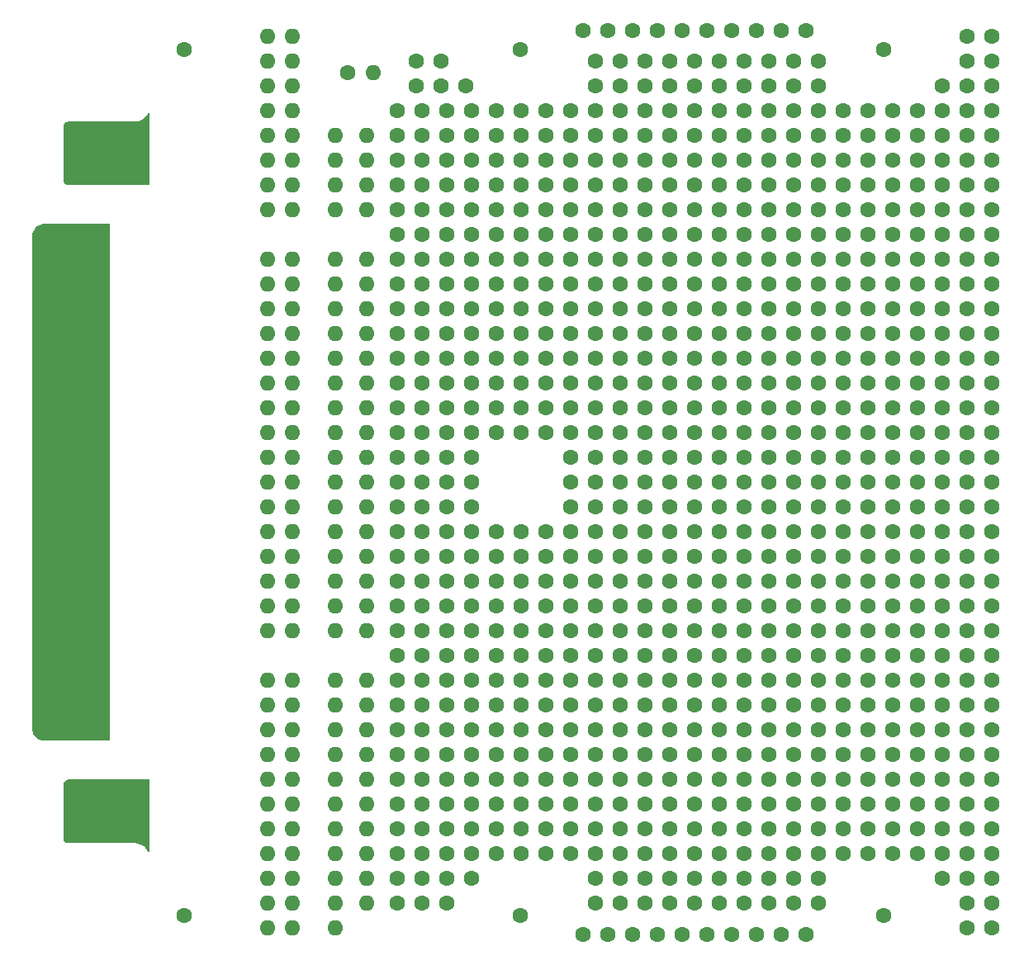
<source format=gbr>
G04 #@! TF.GenerationSoftware,KiCad,Pcbnew,9.0.7*
G04 #@! TF.CreationDate,2026-01-11T18:39:09-08:00*
G04 #@! TF.ProjectId,CoCoProtoBoard,436f436f-5072-46f7-946f-426f6172642e,rev?*
G04 #@! TF.SameCoordinates,Original*
G04 #@! TF.FileFunction,Soldermask,Bot*
G04 #@! TF.FilePolarity,Negative*
%FSLAX46Y46*%
G04 Gerber Fmt 4.6, Leading zero omitted, Abs format (unit mm)*
G04 Created by KiCad (PCBNEW 9.0.7) date 2026-01-11 18:39:09*
%MOMM*%
%LPD*%
G01*
G04 APERTURE LIST*
%ADD10R,6.350000X1.270000*%
%ADD11C,1.600000*%
%ADD12O,1.600000X1.600000*%
G04 APERTURE END LIST*
D10*
G04 #@! TO.C,P1*
X95250000Y-80010000D03*
X95250000Y-82550000D03*
X95250000Y-85090000D03*
X95250000Y-87630000D03*
X95250000Y-90170000D03*
X95250000Y-92710000D03*
X95250000Y-95250000D03*
X95250000Y-97790000D03*
X95250000Y-100330000D03*
X95250000Y-102870000D03*
X95250000Y-105410000D03*
X95250000Y-107950000D03*
X95250000Y-110490000D03*
X95250000Y-113030000D03*
X95250000Y-115570000D03*
X95250000Y-118110000D03*
X95250000Y-120650000D03*
X95250000Y-123190000D03*
X95250000Y-125730000D03*
X95250000Y-128270000D03*
G04 #@! TD*
D11*
G04 #@! TO.C,REF\u002A\u002A*
X178690000Y-148540000D03*
G04 #@! TD*
G04 #@! TO.C,REF\u002A\u002A*
X178690000Y-59740000D03*
G04 #@! TD*
G04 #@! TO.C,REF\u002A\u002A*
X141440000Y-59740000D03*
G04 #@! TD*
G04 #@! TO.C,REF\u002A\u002A*
X141440000Y-148540000D03*
G04 #@! TD*
G04 #@! TO.C,REF\u002A\u002A*
X107040000Y-148540000D03*
G04 #@! TD*
D12*
G04 #@! TO.C,P2*
X115570000Y-58420000D03*
X118110000Y-58420000D03*
X115570000Y-60960000D03*
X118110000Y-60960000D03*
X115570000Y-63500000D03*
X118110000Y-63500000D03*
X115570000Y-66040000D03*
X118110000Y-66040000D03*
X115570000Y-68580000D03*
X118110000Y-68580000D03*
X115570000Y-71120000D03*
X118110000Y-71120000D03*
X115570000Y-73660000D03*
X118110000Y-73660000D03*
X115570000Y-76200000D03*
X118110000Y-76200000D03*
G04 #@! TD*
G04 #@! TO.C,P4*
X115570000Y-124460000D03*
X118110000Y-124460000D03*
X115570000Y-127000000D03*
X118110000Y-127000000D03*
X115570000Y-129540000D03*
X118110000Y-129540000D03*
X115570000Y-132080000D03*
X118110000Y-132080000D03*
X115570000Y-134620000D03*
X118110000Y-134620000D03*
X115570000Y-137160000D03*
X118110000Y-137160000D03*
X115570000Y-139700000D03*
X118110000Y-139700000D03*
X115570000Y-142240000D03*
X118110000Y-142240000D03*
X115570000Y-144780000D03*
X118110000Y-144780000D03*
X115570000Y-147320000D03*
X118110000Y-147320000D03*
X115570000Y-149860000D03*
X118110000Y-149860000D03*
G04 #@! TD*
G04 #@! TO.C,P3*
X115570000Y-81280000D03*
X118110000Y-81280000D03*
X115570000Y-83820000D03*
X118110000Y-83820000D03*
X115570000Y-86360000D03*
X118110000Y-86360000D03*
X115570000Y-88900000D03*
X118110000Y-88900000D03*
X115570000Y-91440000D03*
X118110000Y-91440000D03*
X115570000Y-93980000D03*
X118110000Y-93980000D03*
X115570000Y-96520000D03*
X118110000Y-96520000D03*
X115570000Y-99060000D03*
X118110000Y-99060000D03*
X115570000Y-101600000D03*
X118110000Y-101600000D03*
X115570000Y-104140000D03*
X118110000Y-104140000D03*
X115570000Y-106680000D03*
X118110000Y-106680000D03*
X115570000Y-109220000D03*
X118110000Y-109220000D03*
X115570000Y-111760000D03*
X118110000Y-111760000D03*
X115570000Y-114300000D03*
X118110000Y-114300000D03*
X115570000Y-116840000D03*
X118110000Y-116840000D03*
X115570000Y-119380000D03*
X118110000Y-119380000D03*
G04 #@! TD*
G04 #@! TO.C,P10*
X122555000Y-68580000D03*
X122555000Y-71120000D03*
X122555000Y-73660000D03*
X122555000Y-76200000D03*
X122555000Y-81280000D03*
X122555000Y-83820000D03*
X122555000Y-86360000D03*
X122555000Y-88900000D03*
X122555000Y-91440000D03*
X122555000Y-93980000D03*
X122555000Y-96520000D03*
X122555000Y-99060000D03*
X122555000Y-101600000D03*
X122555000Y-104140000D03*
X122555000Y-106680000D03*
X122555000Y-109220000D03*
X122555000Y-111760000D03*
X122555000Y-114300000D03*
X122555000Y-116840000D03*
X122555000Y-119380000D03*
X122555000Y-124460000D03*
X122555000Y-127000000D03*
X122555000Y-129540000D03*
X122555000Y-132080000D03*
X122555000Y-134620000D03*
X122555000Y-137160000D03*
X122555000Y-139700000D03*
X122555000Y-142240000D03*
X122555000Y-144780000D03*
X122555000Y-147320000D03*
X122555000Y-149860000D03*
X125730000Y-68580000D03*
X125730000Y-71120000D03*
X125730000Y-73660000D03*
X125730000Y-76200000D03*
X125730000Y-81280000D03*
X125730000Y-83820000D03*
X125730000Y-86360000D03*
X125730000Y-88900000D03*
X125730000Y-91440000D03*
X125730000Y-93980000D03*
X125730000Y-96520000D03*
X125730000Y-99060000D03*
X125730000Y-101600000D03*
X125730000Y-104140000D03*
X125730000Y-106680000D03*
X125730000Y-109220000D03*
X125730000Y-111760000D03*
X125730000Y-114300000D03*
X125730000Y-116840000D03*
X125730000Y-119380000D03*
X125730000Y-124460000D03*
X125730000Y-127000000D03*
X125730000Y-129540000D03*
X125730000Y-132080000D03*
X125730000Y-134620000D03*
X125730000Y-137160000D03*
X125730000Y-139700000D03*
X125730000Y-142240000D03*
X125730000Y-144780000D03*
X125730000Y-147320000D03*
G04 #@! TD*
D11*
G04 #@! TO.C,REF\u002A\u002A*
X128905000Y-81280000D03*
G04 #@! TD*
G04 #@! TO.C,REF\u002A\u002A*
X128905000Y-104140000D03*
G04 #@! TD*
G04 #@! TO.C,REF\u002A\u002A*
X128905000Y-101600000D03*
G04 #@! TD*
G04 #@! TO.C,REF\u002A\u002A*
X128905000Y-106680000D03*
G04 #@! TD*
G04 #@! TO.C,REF\u002A\u002A*
X128905000Y-109220000D03*
G04 #@! TD*
G04 #@! TO.C,REF\u002A\u002A*
X128905000Y-111760000D03*
G04 #@! TD*
G04 #@! TO.C,REF\u002A\u002A*
X128905000Y-68580000D03*
G04 #@! TD*
G04 #@! TO.C,REF\u002A\u002A*
X128905000Y-144780000D03*
G04 #@! TD*
G04 #@! TO.C,REF\u002A\u002A*
X128905000Y-137160000D03*
G04 #@! TD*
G04 #@! TO.C,REF\u002A\u002A*
X128905000Y-139700000D03*
G04 #@! TD*
G04 #@! TO.C,REF\u002A\u002A*
X128905000Y-147320000D03*
G04 #@! TD*
G04 #@! TO.C,REF\u002A\u002A*
X128905000Y-142240000D03*
G04 #@! TD*
G04 #@! TO.C,REF\u002A\u002A*
X128905000Y-134620000D03*
G04 #@! TD*
G04 #@! TO.C,REF\u002A\u002A*
X128905000Y-66040000D03*
G04 #@! TD*
G04 #@! TO.C,REF\u002A\u002A*
X128905000Y-86360000D03*
G04 #@! TD*
G04 #@! TO.C,REF\u002A\u002A*
X128905000Y-88900000D03*
G04 #@! TD*
G04 #@! TO.C,REF\u002A\u002A*
X128905000Y-124460000D03*
G04 #@! TD*
G04 #@! TO.C,REF\u002A\u002A*
X128905000Y-127000000D03*
G04 #@! TD*
G04 #@! TO.C,REF\u002A\u002A*
X128905000Y-129540000D03*
G04 #@! TD*
G04 #@! TO.C,REF\u002A\u002A*
X128905000Y-132080000D03*
G04 #@! TD*
G04 #@! TO.C,REF\u002A\u002A*
X128905000Y-93980000D03*
G04 #@! TD*
G04 #@! TO.C,REF\u002A\u002A*
X128905000Y-99060000D03*
G04 #@! TD*
G04 #@! TO.C,REF\u002A\u002A*
X128905000Y-96520000D03*
G04 #@! TD*
G04 #@! TO.C,REF\u002A\u002A*
X128905000Y-71120000D03*
G04 #@! TD*
G04 #@! TO.C,REF\u002A\u002A*
X128905000Y-83820000D03*
G04 #@! TD*
G04 #@! TO.C,REF\u002A\u002A*
X128905000Y-73660000D03*
G04 #@! TD*
G04 #@! TO.C,REF\u002A\u002A*
X128905000Y-91440000D03*
G04 #@! TD*
G04 #@! TO.C,REF\u002A\u002A*
X128905000Y-76200000D03*
G04 #@! TD*
G04 #@! TO.C,REF\u002A\u002A*
X128905000Y-121920000D03*
G04 #@! TD*
G04 #@! TO.C,REF\u002A\u002A*
X128905000Y-114300000D03*
G04 #@! TD*
G04 #@! TO.C,REF\u002A\u002A*
X128905000Y-116840000D03*
G04 #@! TD*
G04 #@! TO.C,REF\u002A\u002A*
X128905000Y-119380000D03*
G04 #@! TD*
G04 #@! TO.C,REF\u002A\u002A*
X131445000Y-147320000D03*
G04 #@! TD*
G04 #@! TO.C,REF\u002A\u002A*
X128905000Y-78740000D03*
G04 #@! TD*
G04 #@! TO.C,REF\u002A\u002A*
X165735000Y-150495000D03*
G04 #@! TD*
G04 #@! TO.C,REF\u002A\u002A*
X163195000Y-150495000D03*
G04 #@! TD*
G04 #@! TO.C,REF\u002A\u002A*
X158115000Y-150495000D03*
G04 #@! TD*
G04 #@! TO.C,REF\u002A\u002A*
X160655000Y-150495000D03*
G04 #@! TD*
G04 #@! TO.C,REF\u002A\u002A*
X155575000Y-150495000D03*
G04 #@! TD*
G04 #@! TO.C,REF\u002A\u002A*
X153035000Y-150495000D03*
G04 #@! TD*
G04 #@! TO.C,REF\u002A\u002A*
X150495000Y-150495000D03*
G04 #@! TD*
G04 #@! TO.C,REF\u002A\u002A*
X147955000Y-150495000D03*
G04 #@! TD*
G04 #@! TO.C,REF\u002A\u002A*
X131445000Y-144780000D03*
G04 #@! TD*
G04 #@! TO.C,REF\u002A\u002A*
X131445000Y-142240000D03*
G04 #@! TD*
G04 #@! TO.C,REF\u002A\u002A*
X131445000Y-139700000D03*
G04 #@! TD*
G04 #@! TO.C,REF\u002A\u002A*
X131445000Y-137160000D03*
G04 #@! TD*
G04 #@! TO.C,REF\u002A\u002A*
X131445000Y-134620000D03*
G04 #@! TD*
G04 #@! TO.C,REF\u002A\u002A*
X133985000Y-144780000D03*
G04 #@! TD*
G04 #@! TO.C,REF\u002A\u002A*
X133985000Y-142240000D03*
G04 #@! TD*
G04 #@! TO.C,REF\u002A\u002A*
X133985000Y-139700000D03*
G04 #@! TD*
G04 #@! TO.C,REF\u002A\u002A*
X133985000Y-134620000D03*
G04 #@! TD*
G04 #@! TO.C,REF\u002A\u002A*
X133985000Y-137160000D03*
G04 #@! TD*
G04 #@! TO.C,REF\u002A\u002A*
X133985000Y-147320000D03*
G04 #@! TD*
G04 #@! TO.C,REF\u002A\u002A*
X136525000Y-144780000D03*
G04 #@! TD*
G04 #@! TO.C,REF\u002A\u002A*
X136525000Y-142240000D03*
G04 #@! TD*
G04 #@! TO.C,REF\u002A\u002A*
X136525000Y-139700000D03*
G04 #@! TD*
G04 #@! TO.C,REF\u002A\u002A*
X136525000Y-134620000D03*
G04 #@! TD*
G04 #@! TO.C,REF\u002A\u002A*
X136525000Y-137160000D03*
G04 #@! TD*
G04 #@! TO.C,REF\u002A\u002A*
X139065000Y-142240000D03*
G04 #@! TD*
G04 #@! TO.C,REF\u002A\u002A*
X139065000Y-139700000D03*
G04 #@! TD*
G04 #@! TO.C,REF\u002A\u002A*
X139065000Y-137160000D03*
G04 #@! TD*
G04 #@! TO.C,REF\u002A\u002A*
X139065000Y-134620000D03*
G04 #@! TD*
G04 #@! TO.C,REF\u002A\u002A*
X141605000Y-139700000D03*
G04 #@! TD*
G04 #@! TO.C,REF\u002A\u002A*
X141605000Y-142240000D03*
G04 #@! TD*
G04 #@! TO.C,REF\u002A\u002A*
X141605000Y-134620000D03*
G04 #@! TD*
G04 #@! TO.C,REF\u002A\u002A*
X141605000Y-137160000D03*
G04 #@! TD*
G04 #@! TO.C,REF\u002A\u002A*
X144145000Y-134620000D03*
G04 #@! TD*
G04 #@! TO.C,REF\u002A\u002A*
X144145000Y-139700000D03*
G04 #@! TD*
G04 #@! TO.C,REF\u002A\u002A*
X144145000Y-137160000D03*
G04 #@! TD*
G04 #@! TO.C,REF\u002A\u002A*
X144145000Y-142240000D03*
G04 #@! TD*
G04 #@! TO.C,REF\u002A\u002A*
X146685000Y-142240000D03*
G04 #@! TD*
G04 #@! TO.C,REF\u002A\u002A*
X146685000Y-139700000D03*
G04 #@! TD*
G04 #@! TO.C,REF\u002A\u002A*
X146685000Y-137160000D03*
G04 #@! TD*
G04 #@! TO.C,REF\u002A\u002A*
X146685000Y-134620000D03*
G04 #@! TD*
G04 #@! TO.C,REF\u002A\u002A*
X149225000Y-144780000D03*
G04 #@! TD*
G04 #@! TO.C,REF\u002A\u002A*
X149225000Y-142240000D03*
G04 #@! TD*
G04 #@! TO.C,REF\u002A\u002A*
X149225000Y-139700000D03*
G04 #@! TD*
G04 #@! TO.C,REF\u002A\u002A*
X149225000Y-134620000D03*
G04 #@! TD*
G04 #@! TO.C,REF\u002A\u002A*
X149225000Y-137160000D03*
G04 #@! TD*
G04 #@! TO.C,REF\u002A\u002A*
X149225000Y-147320000D03*
G04 #@! TD*
G04 #@! TO.C,REF\u002A\u002A*
X151765000Y-147320000D03*
G04 #@! TD*
G04 #@! TO.C,REF\u002A\u002A*
X151765000Y-134620000D03*
G04 #@! TD*
G04 #@! TO.C,REF\u002A\u002A*
X151765000Y-139700000D03*
G04 #@! TD*
G04 #@! TO.C,REF\u002A\u002A*
X151765000Y-144780000D03*
G04 #@! TD*
G04 #@! TO.C,REF\u002A\u002A*
X151765000Y-142240000D03*
G04 #@! TD*
G04 #@! TO.C,REF\u002A\u002A*
X151765000Y-137160000D03*
G04 #@! TD*
G04 #@! TO.C,REF\u002A\u002A*
X154305000Y-139700000D03*
G04 #@! TD*
G04 #@! TO.C,REF\u002A\u002A*
X154305000Y-142240000D03*
G04 #@! TD*
G04 #@! TO.C,REF\u002A\u002A*
X154305000Y-144780000D03*
G04 #@! TD*
G04 #@! TO.C,REF\u002A\u002A*
X154305000Y-137160000D03*
G04 #@! TD*
G04 #@! TO.C,REF\u002A\u002A*
X154305000Y-147320000D03*
G04 #@! TD*
G04 #@! TO.C,REF\u002A\u002A*
X154305000Y-134620000D03*
G04 #@! TD*
G04 #@! TO.C,REF\u002A\u002A*
X156845000Y-142240000D03*
G04 #@! TD*
G04 #@! TO.C,REF\u002A\u002A*
X156845000Y-144780000D03*
G04 #@! TD*
G04 #@! TO.C,REF\u002A\u002A*
X156845000Y-147320000D03*
G04 #@! TD*
G04 #@! TO.C,REF\u002A\u002A*
X156845000Y-134620000D03*
G04 #@! TD*
G04 #@! TO.C,REF\u002A\u002A*
X156845000Y-137160000D03*
G04 #@! TD*
G04 #@! TO.C,REF\u002A\u002A*
X156845000Y-139700000D03*
G04 #@! TD*
G04 #@! TO.C,REF\u002A\u002A*
X159385000Y-142240000D03*
G04 #@! TD*
G04 #@! TO.C,REF\u002A\u002A*
X159385000Y-144780000D03*
G04 #@! TD*
G04 #@! TO.C,REF\u002A\u002A*
X159385000Y-147320000D03*
G04 #@! TD*
G04 #@! TO.C,REF\u002A\u002A*
X159385000Y-137160000D03*
G04 #@! TD*
G04 #@! TO.C,REF\u002A\u002A*
X159385000Y-134620000D03*
G04 #@! TD*
G04 #@! TO.C,REF\u002A\u002A*
X159385000Y-139700000D03*
G04 #@! TD*
G04 #@! TO.C,REF\u002A\u002A*
X161925000Y-142240000D03*
G04 #@! TD*
G04 #@! TO.C,REF\u002A\u002A*
X161925000Y-144780000D03*
G04 #@! TD*
G04 #@! TO.C,REF\u002A\u002A*
X161925000Y-147320000D03*
G04 #@! TD*
G04 #@! TO.C,REF\u002A\u002A*
X161925000Y-137160000D03*
G04 #@! TD*
G04 #@! TO.C,REF\u002A\u002A*
X161925000Y-134620000D03*
G04 #@! TD*
G04 #@! TO.C,REF\u002A\u002A*
X161925000Y-139700000D03*
G04 #@! TD*
G04 #@! TO.C,REF\u002A\u002A*
X164465000Y-137160000D03*
G04 #@! TD*
G04 #@! TO.C,REF\u002A\u002A*
X164465000Y-147320000D03*
G04 #@! TD*
G04 #@! TO.C,REF\u002A\u002A*
X164465000Y-139700000D03*
G04 #@! TD*
G04 #@! TO.C,REF\u002A\u002A*
X164465000Y-134620000D03*
G04 #@! TD*
G04 #@! TO.C,REF\u002A\u002A*
X164465000Y-144780000D03*
G04 #@! TD*
G04 #@! TO.C,REF\u002A\u002A*
X164465000Y-142240000D03*
G04 #@! TD*
G04 #@! TO.C,REF\u002A\u002A*
X167005000Y-142240000D03*
G04 #@! TD*
G04 #@! TO.C,REF\u002A\u002A*
X167005000Y-137160000D03*
G04 #@! TD*
G04 #@! TO.C,REF\u002A\u002A*
X167005000Y-144780000D03*
G04 #@! TD*
G04 #@! TO.C,REF\u002A\u002A*
X167005000Y-134620000D03*
G04 #@! TD*
G04 #@! TO.C,REF\u002A\u002A*
X167005000Y-147320000D03*
G04 #@! TD*
G04 #@! TO.C,REF\u002A\u002A*
X167005000Y-139700000D03*
G04 #@! TD*
G04 #@! TO.C,REF\u002A\u002A*
X169545000Y-142240000D03*
G04 #@! TD*
G04 #@! TO.C,REF\u002A\u002A*
X169545000Y-147320000D03*
G04 #@! TD*
G04 #@! TO.C,REF\u002A\u002A*
X169545000Y-144780000D03*
G04 #@! TD*
G04 #@! TO.C,REF\u002A\u002A*
X169545000Y-137160000D03*
G04 #@! TD*
G04 #@! TO.C,REF\u002A\u002A*
X169545000Y-139700000D03*
G04 #@! TD*
G04 #@! TO.C,REF\u002A\u002A*
X169545000Y-134620000D03*
G04 #@! TD*
G04 #@! TO.C,REF\u002A\u002A*
X172085000Y-134620000D03*
G04 #@! TD*
G04 #@! TO.C,REF\u002A\u002A*
X172085000Y-137160000D03*
G04 #@! TD*
G04 #@! TO.C,REF\u002A\u002A*
X172085000Y-142240000D03*
G04 #@! TD*
G04 #@! TO.C,REF\u002A\u002A*
X172085000Y-147320000D03*
G04 #@! TD*
G04 #@! TO.C,REF\u002A\u002A*
X172085000Y-139700000D03*
G04 #@! TD*
G04 #@! TO.C,REF\u002A\u002A*
X172085000Y-144780000D03*
G04 #@! TD*
G04 #@! TO.C,REF\u002A\u002A*
X179705000Y-142240000D03*
G04 #@! TD*
G04 #@! TO.C,REF\u002A\u002A*
X184785000Y-134620000D03*
G04 #@! TD*
G04 #@! TO.C,REF\u002A\u002A*
X174625000Y-137160000D03*
G04 #@! TD*
G04 #@! TO.C,REF\u002A\u002A*
X182245000Y-134620000D03*
G04 #@! TD*
G04 #@! TO.C,REF\u002A\u002A*
X184785000Y-142240000D03*
G04 #@! TD*
G04 #@! TO.C,REF\u002A\u002A*
X177165000Y-142240000D03*
G04 #@! TD*
G04 #@! TO.C,REF\u002A\u002A*
X174625000Y-139700000D03*
G04 #@! TD*
G04 #@! TO.C,REF\u002A\u002A*
X182245000Y-137160000D03*
G04 #@! TD*
G04 #@! TO.C,REF\u002A\u002A*
X174625000Y-134620000D03*
G04 #@! TD*
G04 #@! TO.C,REF\u002A\u002A*
X177165000Y-137160000D03*
G04 #@! TD*
G04 #@! TO.C,REF\u002A\u002A*
X179705000Y-137160000D03*
G04 #@! TD*
G04 #@! TO.C,REF\u002A\u002A*
X182245000Y-142240000D03*
G04 #@! TD*
G04 #@! TO.C,REF\u002A\u002A*
X184785000Y-137160000D03*
G04 #@! TD*
G04 #@! TO.C,REF\u002A\u002A*
X184785000Y-139700000D03*
G04 #@! TD*
G04 #@! TO.C,REF\u002A\u002A*
X179705000Y-139700000D03*
G04 #@! TD*
G04 #@! TO.C,REF\u002A\u002A*
X182245000Y-139700000D03*
G04 #@! TD*
G04 #@! TO.C,REF\u002A\u002A*
X177165000Y-134620000D03*
G04 #@! TD*
G04 #@! TO.C,REF\u002A\u002A*
X174625000Y-142240000D03*
G04 #@! TD*
G04 #@! TO.C,REF\u002A\u002A*
X177165000Y-139700000D03*
G04 #@! TD*
G04 #@! TO.C,REF\u002A\u002A*
X179705000Y-134620000D03*
G04 #@! TD*
G04 #@! TO.C,REF\u002A\u002A*
X187325000Y-139700000D03*
G04 #@! TD*
G04 #@! TO.C,REF\u002A\u002A*
X187325000Y-144780000D03*
G04 #@! TD*
G04 #@! TO.C,REF\u002A\u002A*
X189865000Y-134620000D03*
G04 #@! TD*
G04 #@! TO.C,REF\u002A\u002A*
X187325000Y-142240000D03*
G04 #@! TD*
G04 #@! TO.C,REF\u002A\u002A*
X187325000Y-134620000D03*
G04 #@! TD*
G04 #@! TO.C,REF\u002A\u002A*
X189865000Y-139700000D03*
G04 #@! TD*
G04 #@! TO.C,REF\u002A\u002A*
X189865000Y-144780000D03*
G04 #@! TD*
G04 #@! TO.C,REF\u002A\u002A*
X187325000Y-137160000D03*
G04 #@! TD*
G04 #@! TO.C,REF\u002A\u002A*
X189865000Y-137160000D03*
G04 #@! TD*
G04 #@! TO.C,REF\u002A\u002A*
X189865000Y-142240000D03*
G04 #@! TD*
G04 #@! TO.C,REF\u002A\u002A*
X189865000Y-147320000D03*
G04 #@! TD*
G04 #@! TO.C,REF\u002A\u002A*
X187325000Y-147320000D03*
G04 #@! TD*
G04 #@! TO.C,REF\u002A\u002A*
X184785000Y-144780000D03*
G04 #@! TD*
G04 #@! TO.C,REF\u002A\u002A*
X131445000Y-132080000D03*
G04 #@! TD*
G04 #@! TO.C,REF\u002A\u002A*
X189865000Y-132080000D03*
G04 #@! TD*
G04 #@! TO.C,REF\u002A\u002A*
X187325000Y-132080000D03*
G04 #@! TD*
G04 #@! TO.C,REF\u002A\u002A*
X146685000Y-132080000D03*
G04 #@! TD*
G04 #@! TO.C,REF\u002A\u002A*
X144145000Y-132080000D03*
G04 #@! TD*
G04 #@! TO.C,REF\u002A\u002A*
X141605000Y-132080000D03*
G04 #@! TD*
G04 #@! TO.C,REF\u002A\u002A*
X149225000Y-132080000D03*
G04 #@! TD*
G04 #@! TO.C,REF\u002A\u002A*
X136525000Y-132080000D03*
G04 #@! TD*
G04 #@! TO.C,REF\u002A\u002A*
X139065000Y-132080000D03*
G04 #@! TD*
G04 #@! TO.C,REF\u002A\u002A*
X154305000Y-132080000D03*
G04 #@! TD*
G04 #@! TO.C,REF\u002A\u002A*
X156845000Y-132080000D03*
G04 #@! TD*
G04 #@! TO.C,REF\u002A\u002A*
X159385000Y-132080000D03*
G04 #@! TD*
G04 #@! TO.C,REF\u002A\u002A*
X151765000Y-132080000D03*
G04 #@! TD*
G04 #@! TO.C,REF\u002A\u002A*
X172085000Y-132080000D03*
G04 #@! TD*
G04 #@! TO.C,REF\u002A\u002A*
X169545000Y-132080000D03*
G04 #@! TD*
G04 #@! TO.C,REF\u002A\u002A*
X161925000Y-132080000D03*
G04 #@! TD*
G04 #@! TO.C,REF\u002A\u002A*
X184785000Y-132080000D03*
G04 #@! TD*
G04 #@! TO.C,REF\u002A\u002A*
X164465000Y-132080000D03*
G04 #@! TD*
G04 #@! TO.C,REF\u002A\u002A*
X167005000Y-132080000D03*
G04 #@! TD*
G04 #@! TO.C,REF\u002A\u002A*
X182245000Y-132080000D03*
G04 #@! TD*
G04 #@! TO.C,REF\u002A\u002A*
X177165000Y-132080000D03*
G04 #@! TD*
G04 #@! TO.C,REF\u002A\u002A*
X174625000Y-132080000D03*
G04 #@! TD*
G04 #@! TO.C,REF\u002A\u002A*
X179705000Y-132080000D03*
G04 #@! TD*
G04 #@! TO.C,REF\u002A\u002A*
X133985000Y-132080000D03*
G04 #@! TD*
G04 #@! TO.C,REF\u002A\u002A*
X156845000Y-129540000D03*
G04 #@! TD*
G04 #@! TO.C,REF\u002A\u002A*
X151765000Y-129540000D03*
G04 #@! TD*
G04 #@! TO.C,REF\u002A\u002A*
X184785000Y-129540000D03*
G04 #@! TD*
G04 #@! TO.C,REF\u002A\u002A*
X182245000Y-129540000D03*
G04 #@! TD*
G04 #@! TO.C,REF\u002A\u002A*
X136525000Y-129540000D03*
G04 #@! TD*
G04 #@! TO.C,REF\u002A\u002A*
X161925000Y-129540000D03*
G04 #@! TD*
G04 #@! TO.C,REF\u002A\u002A*
X187325000Y-129540000D03*
G04 #@! TD*
G04 #@! TO.C,REF\u002A\u002A*
X146685000Y-129540000D03*
G04 #@! TD*
G04 #@! TO.C,REF\u002A\u002A*
X149225000Y-129540000D03*
G04 #@! TD*
G04 #@! TO.C,REF\u002A\u002A*
X172085000Y-129540000D03*
G04 #@! TD*
G04 #@! TO.C,REF\u002A\u002A*
X164465000Y-129540000D03*
G04 #@! TD*
G04 #@! TO.C,REF\u002A\u002A*
X141605000Y-129540000D03*
G04 #@! TD*
G04 #@! TO.C,REF\u002A\u002A*
X131445000Y-129540000D03*
G04 #@! TD*
G04 #@! TO.C,REF\u002A\u002A*
X189865000Y-129540000D03*
G04 #@! TD*
G04 #@! TO.C,REF\u002A\u002A*
X144145000Y-129540000D03*
G04 #@! TD*
G04 #@! TO.C,REF\u002A\u002A*
X139065000Y-129540000D03*
G04 #@! TD*
G04 #@! TO.C,REF\u002A\u002A*
X154305000Y-129540000D03*
G04 #@! TD*
G04 #@! TO.C,REF\u002A\u002A*
X159385000Y-129540000D03*
G04 #@! TD*
G04 #@! TO.C,REF\u002A\u002A*
X169545000Y-129540000D03*
G04 #@! TD*
G04 #@! TO.C,REF\u002A\u002A*
X167005000Y-129540000D03*
G04 #@! TD*
G04 #@! TO.C,REF\u002A\u002A*
X177165000Y-129540000D03*
G04 #@! TD*
G04 #@! TO.C,REF\u002A\u002A*
X174625000Y-129540000D03*
G04 #@! TD*
G04 #@! TO.C,REF\u002A\u002A*
X179705000Y-129540000D03*
G04 #@! TD*
G04 #@! TO.C,REF\u002A\u002A*
X133985000Y-129540000D03*
G04 #@! TD*
G04 #@! TO.C,REF\u002A\u002A*
X139065000Y-127000000D03*
G04 #@! TD*
G04 #@! TO.C,REF\u002A\u002A*
X151765000Y-127000000D03*
G04 #@! TD*
G04 #@! TO.C,REF\u002A\u002A*
X136525000Y-127000000D03*
G04 #@! TD*
G04 #@! TO.C,REF\u002A\u002A*
X149225000Y-127000000D03*
G04 #@! TD*
G04 #@! TO.C,REF\u002A\u002A*
X169545000Y-127000000D03*
G04 #@! TD*
G04 #@! TO.C,REF\u002A\u002A*
X184785000Y-127000000D03*
G04 #@! TD*
G04 #@! TO.C,REF\u002A\u002A*
X187325000Y-127000000D03*
G04 #@! TD*
G04 #@! TO.C,REF\u002A\u002A*
X131445000Y-127000000D03*
G04 #@! TD*
G04 #@! TO.C,REF\u002A\u002A*
X154305000Y-127000000D03*
G04 #@! TD*
G04 #@! TO.C,REF\u002A\u002A*
X167005000Y-127000000D03*
G04 #@! TD*
G04 #@! TO.C,REF\u002A\u002A*
X179705000Y-127000000D03*
G04 #@! TD*
G04 #@! TO.C,REF\u002A\u002A*
X133985000Y-127000000D03*
G04 #@! TD*
G04 #@! TO.C,REF\u002A\u002A*
X159385000Y-127000000D03*
G04 #@! TD*
G04 #@! TO.C,REF\u002A\u002A*
X146685000Y-127000000D03*
G04 #@! TD*
G04 #@! TO.C,REF\u002A\u002A*
X189865000Y-127000000D03*
G04 #@! TD*
G04 #@! TO.C,REF\u002A\u002A*
X141605000Y-127000000D03*
G04 #@! TD*
G04 #@! TO.C,REF\u002A\u002A*
X156845000Y-127000000D03*
G04 #@! TD*
G04 #@! TO.C,REF\u002A\u002A*
X182245000Y-127000000D03*
G04 #@! TD*
G04 #@! TO.C,REF\u002A\u002A*
X174625000Y-127000000D03*
G04 #@! TD*
G04 #@! TO.C,REF\u002A\u002A*
X161925000Y-127000000D03*
G04 #@! TD*
G04 #@! TO.C,REF\u002A\u002A*
X144145000Y-127000000D03*
G04 #@! TD*
G04 #@! TO.C,REF\u002A\u002A*
X172085000Y-127000000D03*
G04 #@! TD*
G04 #@! TO.C,REF\u002A\u002A*
X164465000Y-127000000D03*
G04 #@! TD*
G04 #@! TO.C,REF\u002A\u002A*
X177165000Y-127000000D03*
G04 #@! TD*
G04 #@! TO.C,REF\u002A\u002A*
X151765000Y-124460000D03*
G04 #@! TD*
G04 #@! TO.C,REF\u002A\u002A*
X187325000Y-124460000D03*
G04 #@! TD*
G04 #@! TO.C,REF\u002A\u002A*
X139065000Y-124460000D03*
G04 #@! TD*
G04 #@! TO.C,REF\u002A\u002A*
X136525000Y-124460000D03*
G04 #@! TD*
G04 #@! TO.C,REF\u002A\u002A*
X169545000Y-124460000D03*
G04 #@! TD*
G04 #@! TO.C,REF\u002A\u002A*
X149225000Y-124460000D03*
G04 #@! TD*
G04 #@! TO.C,REF\u002A\u002A*
X154305000Y-124460000D03*
G04 #@! TD*
G04 #@! TO.C,REF\u002A\u002A*
X172085000Y-124460000D03*
G04 #@! TD*
G04 #@! TO.C,REF\u002A\u002A*
X184785000Y-124460000D03*
G04 #@! TD*
G04 #@! TO.C,REF\u002A\u002A*
X167005000Y-124460000D03*
G04 #@! TD*
G04 #@! TO.C,REF\u002A\u002A*
X133985000Y-124460000D03*
G04 #@! TD*
G04 #@! TO.C,REF\u002A\u002A*
X146685000Y-124460000D03*
G04 #@! TD*
G04 #@! TO.C,REF\u002A\u002A*
X161925000Y-124460000D03*
G04 #@! TD*
G04 #@! TO.C,REF\u002A\u002A*
X164465000Y-124460000D03*
G04 #@! TD*
G04 #@! TO.C,REF\u002A\u002A*
X159385000Y-124460000D03*
G04 #@! TD*
G04 #@! TO.C,REF\u002A\u002A*
X189865000Y-124460000D03*
G04 #@! TD*
G04 #@! TO.C,REF\u002A\u002A*
X174625000Y-124460000D03*
G04 #@! TD*
G04 #@! TO.C,REF\u002A\u002A*
X177165000Y-124460000D03*
G04 #@! TD*
G04 #@! TO.C,REF\u002A\u002A*
X141605000Y-124460000D03*
G04 #@! TD*
G04 #@! TO.C,REF\u002A\u002A*
X156845000Y-124460000D03*
G04 #@! TD*
G04 #@! TO.C,REF\u002A\u002A*
X182245000Y-124460000D03*
G04 #@! TD*
G04 #@! TO.C,REF\u002A\u002A*
X131445000Y-124460000D03*
G04 #@! TD*
G04 #@! TO.C,REF\u002A\u002A*
X144145000Y-124460000D03*
G04 #@! TD*
G04 #@! TO.C,REF\u002A\u002A*
X179705000Y-124460000D03*
G04 #@! TD*
G04 #@! TO.C,REF\u002A\u002A*
X187325000Y-121920000D03*
G04 #@! TD*
G04 #@! TO.C,REF\u002A\u002A*
X184785000Y-121920000D03*
G04 #@! TD*
G04 #@! TO.C,REF\u002A\u002A*
X172085000Y-121920000D03*
G04 #@! TD*
G04 #@! TO.C,REF\u002A\u002A*
X167005000Y-121920000D03*
G04 #@! TD*
G04 #@! TO.C,REF\u002A\u002A*
X133985000Y-121920000D03*
G04 #@! TD*
G04 #@! TO.C,REF\u002A\u002A*
X136525000Y-121920000D03*
G04 #@! TD*
G04 #@! TO.C,REF\u002A\u002A*
X139065000Y-121920000D03*
G04 #@! TD*
G04 #@! TO.C,REF\u002A\u002A*
X169545000Y-121920000D03*
G04 #@! TD*
G04 #@! TO.C,REF\u002A\u002A*
X149225000Y-121920000D03*
G04 #@! TD*
G04 #@! TO.C,REF\u002A\u002A*
X151765000Y-121920000D03*
G04 #@! TD*
G04 #@! TO.C,REF\u002A\u002A*
X154305000Y-121920000D03*
G04 #@! TD*
G04 #@! TO.C,REF\u002A\u002A*
X141605000Y-121920000D03*
G04 #@! TD*
G04 #@! TO.C,REF\u002A\u002A*
X174625000Y-121920000D03*
G04 #@! TD*
G04 #@! TO.C,REF\u002A\u002A*
X179705000Y-121920000D03*
G04 #@! TD*
G04 #@! TO.C,REF\u002A\u002A*
X189865000Y-121920000D03*
G04 #@! TD*
G04 #@! TO.C,REF\u002A\u002A*
X131445000Y-121920000D03*
G04 #@! TD*
G04 #@! TO.C,REF\u002A\u002A*
X159385000Y-121920000D03*
G04 #@! TD*
G04 #@! TO.C,REF\u002A\u002A*
X182245000Y-121920000D03*
G04 #@! TD*
G04 #@! TO.C,REF\u002A\u002A*
X161925000Y-121920000D03*
G04 #@! TD*
G04 #@! TO.C,REF\u002A\u002A*
X146685000Y-121920000D03*
G04 #@! TD*
G04 #@! TO.C,REF\u002A\u002A*
X156845000Y-121920000D03*
G04 #@! TD*
G04 #@! TO.C,REF\u002A\u002A*
X144145000Y-121920000D03*
G04 #@! TD*
G04 #@! TO.C,REF\u002A\u002A*
X177165000Y-121920000D03*
G04 #@! TD*
G04 #@! TO.C,REF\u002A\u002A*
X164465000Y-121920000D03*
G04 #@! TD*
G04 #@! TO.C,REF\u002A\u002A*
X172085000Y-119380000D03*
G04 #@! TD*
G04 #@! TO.C,REF\u002A\u002A*
X167005000Y-119380000D03*
G04 #@! TD*
G04 #@! TO.C,REF\u002A\u002A*
X139065000Y-119380000D03*
G04 #@! TD*
G04 #@! TO.C,REF\u002A\u002A*
X151765000Y-119380000D03*
G04 #@! TD*
G04 #@! TO.C,REF\u002A\u002A*
X179705000Y-119380000D03*
G04 #@! TD*
G04 #@! TO.C,REF\u002A\u002A*
X184785000Y-119380000D03*
G04 #@! TD*
G04 #@! TO.C,REF\u002A\u002A*
X133985000Y-119380000D03*
G04 #@! TD*
G04 #@! TO.C,REF\u002A\u002A*
X169545000Y-119380000D03*
G04 #@! TD*
G04 #@! TO.C,REF\u002A\u002A*
X141605000Y-119380000D03*
G04 #@! TD*
G04 #@! TO.C,REF\u002A\u002A*
X174625000Y-119380000D03*
G04 #@! TD*
G04 #@! TO.C,REF\u002A\u002A*
X131445000Y-119380000D03*
G04 #@! TD*
G04 #@! TO.C,REF\u002A\u002A*
X161925000Y-119380000D03*
G04 #@! TD*
G04 #@! TO.C,REF\u002A\u002A*
X146685000Y-119380000D03*
G04 #@! TD*
G04 #@! TO.C,REF\u002A\u002A*
X144145000Y-119380000D03*
G04 #@! TD*
G04 #@! TO.C,REF\u002A\u002A*
X156845000Y-119380000D03*
G04 #@! TD*
G04 #@! TO.C,REF\u002A\u002A*
X136525000Y-119380000D03*
G04 #@! TD*
G04 #@! TO.C,REF\u002A\u002A*
X177165000Y-119380000D03*
G04 #@! TD*
G04 #@! TO.C,REF\u002A\u002A*
X189865000Y-119380000D03*
G04 #@! TD*
G04 #@! TO.C,REF\u002A\u002A*
X187325000Y-119380000D03*
G04 #@! TD*
G04 #@! TO.C,REF\u002A\u002A*
X154305000Y-119380000D03*
G04 #@! TD*
G04 #@! TO.C,REF\u002A\u002A*
X159385000Y-119380000D03*
G04 #@! TD*
G04 #@! TO.C,REF\u002A\u002A*
X182245000Y-119380000D03*
G04 #@! TD*
G04 #@! TO.C,REF\u002A\u002A*
X164465000Y-119380000D03*
G04 #@! TD*
G04 #@! TO.C,REF\u002A\u002A*
X149225000Y-119380000D03*
G04 #@! TD*
G04 #@! TO.C,REF\u002A\u002A*
X172085000Y-116840000D03*
G04 #@! TD*
G04 #@! TO.C,REF\u002A\u002A*
X133985000Y-116840000D03*
G04 #@! TD*
G04 #@! TO.C,REF\u002A\u002A*
X156845000Y-116840000D03*
G04 #@! TD*
G04 #@! TO.C,REF\u002A\u002A*
X161925000Y-116840000D03*
G04 #@! TD*
G04 #@! TO.C,REF\u002A\u002A*
X154305000Y-116840000D03*
G04 #@! TD*
G04 #@! TO.C,REF\u002A\u002A*
X139065000Y-116840000D03*
G04 #@! TD*
G04 #@! TO.C,REF\u002A\u002A*
X151765000Y-116840000D03*
G04 #@! TD*
G04 #@! TO.C,REF\u002A\u002A*
X136525000Y-116840000D03*
G04 #@! TD*
G04 #@! TO.C,REF\u002A\u002A*
X159385000Y-116840000D03*
G04 #@! TD*
G04 #@! TO.C,REF\u002A\u002A*
X189865000Y-116840000D03*
G04 #@! TD*
G04 #@! TO.C,REF\u002A\u002A*
X167005000Y-116840000D03*
G04 #@! TD*
G04 #@! TO.C,REF\u002A\u002A*
X184785000Y-116840000D03*
G04 #@! TD*
G04 #@! TO.C,REF\u002A\u002A*
X174625000Y-116840000D03*
G04 #@! TD*
G04 #@! TO.C,REF\u002A\u002A*
X182245000Y-116840000D03*
G04 #@! TD*
G04 #@! TO.C,REF\u002A\u002A*
X144145000Y-116840000D03*
G04 #@! TD*
G04 #@! TO.C,REF\u002A\u002A*
X169545000Y-116840000D03*
G04 #@! TD*
G04 #@! TO.C,REF\u002A\u002A*
X177165000Y-116840000D03*
G04 #@! TD*
G04 #@! TO.C,REF\u002A\u002A*
X187325000Y-116840000D03*
G04 #@! TD*
G04 #@! TO.C,REF\u002A\u002A*
X164465000Y-116840000D03*
G04 #@! TD*
G04 #@! TO.C,REF\u002A\u002A*
X131445000Y-116840000D03*
G04 #@! TD*
G04 #@! TO.C,REF\u002A\u002A*
X146685000Y-116840000D03*
G04 #@! TD*
G04 #@! TO.C,REF\u002A\u002A*
X141605000Y-116840000D03*
G04 #@! TD*
G04 #@! TO.C,REF\u002A\u002A*
X149225000Y-116840000D03*
G04 #@! TD*
G04 #@! TO.C,REF\u002A\u002A*
X179705000Y-116840000D03*
G04 #@! TD*
G04 #@! TO.C,REF\u002A\u002A*
X172085000Y-114300000D03*
G04 #@! TD*
G04 #@! TO.C,REF\u002A\u002A*
X133985000Y-114300000D03*
G04 #@! TD*
G04 #@! TO.C,REF\u002A\u002A*
X156845000Y-114300000D03*
G04 #@! TD*
G04 #@! TO.C,REF\u002A\u002A*
X154305000Y-114300000D03*
G04 #@! TD*
G04 #@! TO.C,REF\u002A\u002A*
X174625000Y-114300000D03*
G04 #@! TD*
G04 #@! TO.C,REF\u002A\u002A*
X131445000Y-114300000D03*
G04 #@! TD*
G04 #@! TO.C,REF\u002A\u002A*
X167005000Y-114300000D03*
G04 #@! TD*
G04 #@! TO.C,REF\u002A\u002A*
X146685000Y-114300000D03*
G04 #@! TD*
G04 #@! TO.C,REF\u002A\u002A*
X141605000Y-114300000D03*
G04 #@! TD*
G04 #@! TO.C,REF\u002A\u002A*
X149225000Y-114300000D03*
G04 #@! TD*
G04 #@! TO.C,REF\u002A\u002A*
X179705000Y-114300000D03*
G04 #@! TD*
G04 #@! TO.C,REF\u002A\u002A*
X164465000Y-114300000D03*
G04 #@! TD*
G04 #@! TO.C,REF\u002A\u002A*
X187325000Y-114300000D03*
G04 #@! TD*
G04 #@! TO.C,REF\u002A\u002A*
X184785000Y-114300000D03*
G04 #@! TD*
G04 #@! TO.C,REF\u002A\u002A*
X189865000Y-114300000D03*
G04 #@! TD*
G04 #@! TO.C,REF\u002A\u002A*
X182245000Y-114300000D03*
G04 #@! TD*
G04 #@! TO.C,REF\u002A\u002A*
X144145000Y-114300000D03*
G04 #@! TD*
G04 #@! TO.C,REF\u002A\u002A*
X161925000Y-114300000D03*
G04 #@! TD*
G04 #@! TO.C,REF\u002A\u002A*
X177165000Y-114300000D03*
G04 #@! TD*
G04 #@! TO.C,REF\u002A\u002A*
X159385000Y-114300000D03*
G04 #@! TD*
G04 #@! TO.C,REF\u002A\u002A*
X139065000Y-114300000D03*
G04 #@! TD*
G04 #@! TO.C,REF\u002A\u002A*
X136525000Y-114300000D03*
G04 #@! TD*
G04 #@! TO.C,REF\u002A\u002A*
X151765000Y-114300000D03*
G04 #@! TD*
G04 #@! TO.C,REF\u002A\u002A*
X169545000Y-114300000D03*
G04 #@! TD*
G04 #@! TO.C,REF\u002A\u002A*
X174625000Y-111760000D03*
G04 #@! TD*
G04 #@! TO.C,REF\u002A\u002A*
X182245000Y-111760000D03*
G04 #@! TD*
G04 #@! TO.C,REF\u002A\u002A*
X159385000Y-111760000D03*
G04 #@! TD*
G04 #@! TO.C,REF\u002A\u002A*
X179705000Y-111760000D03*
G04 #@! TD*
G04 #@! TO.C,REF\u002A\u002A*
X156845000Y-111760000D03*
G04 #@! TD*
G04 #@! TO.C,REF\u002A\u002A*
X164465000Y-111760000D03*
G04 #@! TD*
G04 #@! TO.C,REF\u002A\u002A*
X131445000Y-111760000D03*
G04 #@! TD*
G04 #@! TO.C,REF\u002A\u002A*
X154305000Y-111760000D03*
G04 #@! TD*
G04 #@! TO.C,REF\u002A\u002A*
X141605000Y-111760000D03*
G04 #@! TD*
G04 #@! TO.C,REF\u002A\u002A*
X177165000Y-111760000D03*
G04 #@! TD*
G04 #@! TO.C,REF\u002A\u002A*
X144145000Y-111760000D03*
G04 #@! TD*
G04 #@! TO.C,REF\u002A\u002A*
X136525000Y-111760000D03*
G04 #@! TD*
G04 #@! TO.C,REF\u002A\u002A*
X133985000Y-111760000D03*
G04 #@! TD*
G04 #@! TO.C,REF\u002A\u002A*
X184785000Y-111760000D03*
G04 #@! TD*
G04 #@! TO.C,REF\u002A\u002A*
X149225000Y-111760000D03*
G04 #@! TD*
G04 #@! TO.C,REF\u002A\u002A*
X189865000Y-111760000D03*
G04 #@! TD*
G04 #@! TO.C,REF\u002A\u002A*
X151765000Y-111760000D03*
G04 #@! TD*
G04 #@! TO.C,REF\u002A\u002A*
X187325000Y-111760000D03*
G04 #@! TD*
G04 #@! TO.C,REF\u002A\u002A*
X167005000Y-111760000D03*
G04 #@! TD*
G04 #@! TO.C,REF\u002A\u002A*
X146685000Y-111760000D03*
G04 #@! TD*
G04 #@! TO.C,REF\u002A\u002A*
X161925000Y-111760000D03*
G04 #@! TD*
G04 #@! TO.C,REF\u002A\u002A*
X139065000Y-111760000D03*
G04 #@! TD*
G04 #@! TO.C,REF\u002A\u002A*
X169545000Y-111760000D03*
G04 #@! TD*
G04 #@! TO.C,REF\u002A\u002A*
X172085000Y-111760000D03*
G04 #@! TD*
G04 #@! TO.C,REF\u002A\u002A*
X154305000Y-109220000D03*
G04 #@! TD*
G04 #@! TO.C,REF\u002A\u002A*
X133985000Y-109220000D03*
G04 #@! TD*
G04 #@! TO.C,REF\u002A\u002A*
X149225000Y-109220000D03*
G04 #@! TD*
G04 #@! TO.C,REF\u002A\u002A*
X151765000Y-109220000D03*
G04 #@! TD*
G04 #@! TO.C,REF\u002A\u002A*
X146685000Y-109220000D03*
G04 #@! TD*
G04 #@! TO.C,REF\u002A\u002A*
X159385000Y-109220000D03*
G04 #@! TD*
G04 #@! TO.C,REF\u002A\u002A*
X179705000Y-109220000D03*
G04 #@! TD*
G04 #@! TO.C,REF\u002A\u002A*
X141605000Y-109220000D03*
G04 #@! TD*
G04 #@! TO.C,REF\u002A\u002A*
X144145000Y-109220000D03*
G04 #@! TD*
G04 #@! TO.C,REF\u002A\u002A*
X174625000Y-109220000D03*
G04 #@! TD*
G04 #@! TO.C,REF\u002A\u002A*
X182245000Y-109220000D03*
G04 #@! TD*
G04 #@! TO.C,REF\u002A\u002A*
X164465000Y-109220000D03*
G04 #@! TD*
G04 #@! TO.C,REF\u002A\u002A*
X131445000Y-109220000D03*
G04 #@! TD*
G04 #@! TO.C,REF\u002A\u002A*
X156845000Y-109220000D03*
G04 #@! TD*
G04 #@! TO.C,REF\u002A\u002A*
X177165000Y-109220000D03*
G04 #@! TD*
G04 #@! TO.C,REF\u002A\u002A*
X136525000Y-109220000D03*
G04 #@! TD*
G04 #@! TO.C,REF\u002A\u002A*
X184785000Y-109220000D03*
G04 #@! TD*
G04 #@! TO.C,REF\u002A\u002A*
X189865000Y-109220000D03*
G04 #@! TD*
G04 #@! TO.C,REF\u002A\u002A*
X187325000Y-109220000D03*
G04 #@! TD*
G04 #@! TO.C,REF\u002A\u002A*
X167005000Y-109220000D03*
G04 #@! TD*
G04 #@! TO.C,REF\u002A\u002A*
X169545000Y-109220000D03*
G04 #@! TD*
G04 #@! TO.C,REF\u002A\u002A*
X139065000Y-109220000D03*
G04 #@! TD*
G04 #@! TO.C,REF\u002A\u002A*
X161925000Y-109220000D03*
G04 #@! TD*
G04 #@! TO.C,REF\u002A\u002A*
X172085000Y-109220000D03*
G04 #@! TD*
G04 #@! TO.C,REF\u002A\u002A*
X133985000Y-104140000D03*
G04 #@! TD*
G04 #@! TO.C,REF\u002A\u002A*
X131445000Y-106680000D03*
G04 #@! TD*
G04 #@! TO.C,REF\u002A\u002A*
X136525000Y-106680000D03*
G04 #@! TD*
G04 #@! TO.C,REF\u002A\u002A*
X131445000Y-104140000D03*
G04 #@! TD*
G04 #@! TO.C,REF\u002A\u002A*
X133985000Y-106680000D03*
G04 #@! TD*
G04 #@! TO.C,REF\u002A\u002A*
X136525000Y-104140000D03*
G04 #@! TD*
G04 #@! TO.C,REF\u002A\u002A*
X133985000Y-101600000D03*
G04 #@! TD*
G04 #@! TO.C,REF\u002A\u002A*
X131445000Y-101600000D03*
G04 #@! TD*
G04 #@! TO.C,REF\u002A\u002A*
X136525000Y-101600000D03*
G04 #@! TD*
G04 #@! TO.C,REF\u002A\u002A*
X174625000Y-106680000D03*
G04 #@! TD*
G04 #@! TO.C,REF\u002A\u002A*
X154305000Y-104140000D03*
G04 #@! TD*
G04 #@! TO.C,REF\u002A\u002A*
X182245000Y-106680000D03*
G04 #@! TD*
G04 #@! TO.C,REF\u002A\u002A*
X149225000Y-104140000D03*
G04 #@! TD*
G04 #@! TO.C,REF\u002A\u002A*
X151765000Y-104140000D03*
G04 #@! TD*
G04 #@! TO.C,REF\u002A\u002A*
X159385000Y-106680000D03*
G04 #@! TD*
G04 #@! TO.C,REF\u002A\u002A*
X146685000Y-104140000D03*
G04 #@! TD*
G04 #@! TO.C,REF\u002A\u002A*
X179705000Y-106680000D03*
G04 #@! TD*
G04 #@! TO.C,REF\u002A\u002A*
X159385000Y-104140000D03*
G04 #@! TD*
G04 #@! TO.C,REF\u002A\u002A*
X179705000Y-104140000D03*
G04 #@! TD*
G04 #@! TO.C,REF\u002A\u002A*
X156845000Y-106680000D03*
G04 #@! TD*
G04 #@! TO.C,REF\u002A\u002A*
X164465000Y-106680000D03*
G04 #@! TD*
G04 #@! TO.C,REF\u002A\u002A*
X154305000Y-106680000D03*
G04 #@! TD*
G04 #@! TO.C,REF\u002A\u002A*
X177165000Y-106680000D03*
G04 #@! TD*
G04 #@! TO.C,REF\u002A\u002A*
X174625000Y-104140000D03*
G04 #@! TD*
G04 #@! TO.C,REF\u002A\u002A*
X182245000Y-104140000D03*
G04 #@! TD*
G04 #@! TO.C,REF\u002A\u002A*
X164465000Y-104140000D03*
G04 #@! TD*
G04 #@! TO.C,REF\u002A\u002A*
X184785000Y-106680000D03*
G04 #@! TD*
G04 #@! TO.C,REF\u002A\u002A*
X149225000Y-106680000D03*
G04 #@! TD*
G04 #@! TO.C,REF\u002A\u002A*
X189865000Y-106680000D03*
G04 #@! TD*
G04 #@! TO.C,REF\u002A\u002A*
X151765000Y-106680000D03*
G04 #@! TD*
G04 #@! TO.C,REF\u002A\u002A*
X156845000Y-104140000D03*
G04 #@! TD*
G04 #@! TO.C,REF\u002A\u002A*
X187325000Y-106680000D03*
G04 #@! TD*
G04 #@! TO.C,REF\u002A\u002A*
X167005000Y-106680000D03*
G04 #@! TD*
G04 #@! TO.C,REF\u002A\u002A*
X146685000Y-106680000D03*
G04 #@! TD*
G04 #@! TO.C,REF\u002A\u002A*
X161925000Y-106680000D03*
G04 #@! TD*
G04 #@! TO.C,REF\u002A\u002A*
X169545000Y-106680000D03*
G04 #@! TD*
G04 #@! TO.C,REF\u002A\u002A*
X177165000Y-104140000D03*
G04 #@! TD*
G04 #@! TO.C,REF\u002A\u002A*
X184785000Y-104140000D03*
G04 #@! TD*
G04 #@! TO.C,REF\u002A\u002A*
X189865000Y-104140000D03*
G04 #@! TD*
G04 #@! TO.C,REF\u002A\u002A*
X187325000Y-104140000D03*
G04 #@! TD*
G04 #@! TO.C,REF\u002A\u002A*
X167005000Y-104140000D03*
G04 #@! TD*
G04 #@! TO.C,REF\u002A\u002A*
X169545000Y-104140000D03*
G04 #@! TD*
G04 #@! TO.C,REF\u002A\u002A*
X161925000Y-104140000D03*
G04 #@! TD*
G04 #@! TO.C,REF\u002A\u002A*
X172085000Y-104140000D03*
G04 #@! TD*
G04 #@! TO.C,REF\u002A\u002A*
X172085000Y-106680000D03*
G04 #@! TD*
G04 #@! TO.C,REF\u002A\u002A*
X149225000Y-101600000D03*
G04 #@! TD*
G04 #@! TO.C,REF\u002A\u002A*
X151765000Y-101600000D03*
G04 #@! TD*
G04 #@! TO.C,REF\u002A\u002A*
X146685000Y-101600000D03*
G04 #@! TD*
G04 #@! TO.C,REF\u002A\u002A*
X159385000Y-101600000D03*
G04 #@! TD*
G04 #@! TO.C,REF\u002A\u002A*
X174625000Y-101600000D03*
G04 #@! TD*
G04 #@! TO.C,REF\u002A\u002A*
X182245000Y-101600000D03*
G04 #@! TD*
G04 #@! TO.C,REF\u002A\u002A*
X154305000Y-101600000D03*
G04 #@! TD*
G04 #@! TO.C,REF\u002A\u002A*
X179705000Y-101600000D03*
G04 #@! TD*
G04 #@! TO.C,REF\u002A\u002A*
X164465000Y-101600000D03*
G04 #@! TD*
G04 #@! TO.C,REF\u002A\u002A*
X156845000Y-101600000D03*
G04 #@! TD*
G04 #@! TO.C,REF\u002A\u002A*
X177165000Y-101600000D03*
G04 #@! TD*
G04 #@! TO.C,REF\u002A\u002A*
X189865000Y-101600000D03*
G04 #@! TD*
G04 #@! TO.C,REF\u002A\u002A*
X169545000Y-101600000D03*
G04 #@! TD*
G04 #@! TO.C,REF\u002A\u002A*
X161925000Y-101600000D03*
G04 #@! TD*
G04 #@! TO.C,REF\u002A\u002A*
X187325000Y-101600000D03*
G04 #@! TD*
G04 #@! TO.C,REF\u002A\u002A*
X167005000Y-101600000D03*
G04 #@! TD*
G04 #@! TO.C,REF\u002A\u002A*
X184785000Y-101600000D03*
G04 #@! TD*
G04 #@! TO.C,REF\u002A\u002A*
X172085000Y-101600000D03*
G04 #@! TD*
G04 #@! TO.C,REF\u002A\u002A*
X187325000Y-83820000D03*
G04 #@! TD*
G04 #@! TO.C,REF\u002A\u002A*
X184785000Y-83820000D03*
G04 #@! TD*
G04 #@! TO.C,REF\u002A\u002A*
X172085000Y-83820000D03*
G04 #@! TD*
G04 #@! TO.C,REF\u002A\u002A*
X167005000Y-83820000D03*
G04 #@! TD*
G04 #@! TO.C,REF\u002A\u002A*
X133985000Y-83820000D03*
G04 #@! TD*
G04 #@! TO.C,REF\u002A\u002A*
X136525000Y-83820000D03*
G04 #@! TD*
G04 #@! TO.C,REF\u002A\u002A*
X139065000Y-83820000D03*
G04 #@! TD*
G04 #@! TO.C,REF\u002A\u002A*
X169545000Y-83820000D03*
G04 #@! TD*
G04 #@! TO.C,REF\u002A\u002A*
X149225000Y-83820000D03*
G04 #@! TD*
G04 #@! TO.C,REF\u002A\u002A*
X151765000Y-83820000D03*
G04 #@! TD*
G04 #@! TO.C,REF\u002A\u002A*
X154305000Y-83820000D03*
G04 #@! TD*
G04 #@! TO.C,REF\u002A\u002A*
X131445000Y-99060000D03*
G04 #@! TD*
G04 #@! TO.C,REF\u002A\u002A*
X131445000Y-93980000D03*
G04 #@! TD*
G04 #@! TO.C,REF\u002A\u002A*
X131445000Y-96520000D03*
G04 #@! TD*
G04 #@! TO.C,REF\u002A\u002A*
X189865000Y-99060000D03*
G04 #@! TD*
G04 #@! TO.C,REF\u002A\u002A*
X189865000Y-96520000D03*
G04 #@! TD*
G04 #@! TO.C,REF\u002A\u002A*
X187325000Y-99060000D03*
G04 #@! TD*
G04 #@! TO.C,REF\u002A\u002A*
X156845000Y-91440000D03*
G04 #@! TD*
G04 #@! TO.C,REF\u002A\u002A*
X151765000Y-91440000D03*
G04 #@! TD*
G04 #@! TO.C,REF\u002A\u002A*
X184785000Y-91440000D03*
G04 #@! TD*
G04 #@! TO.C,REF\u002A\u002A*
X182245000Y-91440000D03*
G04 #@! TD*
G04 #@! TO.C,REF\u002A\u002A*
X187325000Y-96520000D03*
G04 #@! TD*
G04 #@! TO.C,REF\u002A\u002A*
X136525000Y-91440000D03*
G04 #@! TD*
G04 #@! TO.C,REF\u002A\u002A*
X161925000Y-91440000D03*
G04 #@! TD*
G04 #@! TO.C,REF\u002A\u002A*
X187325000Y-91440000D03*
G04 #@! TD*
G04 #@! TO.C,REF\u002A\u002A*
X146685000Y-91440000D03*
G04 #@! TD*
G04 #@! TO.C,REF\u002A\u002A*
X149225000Y-91440000D03*
G04 #@! TD*
G04 #@! TO.C,REF\u002A\u002A*
X172085000Y-91440000D03*
G04 #@! TD*
G04 #@! TO.C,REF\u002A\u002A*
X164465000Y-91440000D03*
G04 #@! TD*
G04 #@! TO.C,REF\u002A\u002A*
X141605000Y-91440000D03*
G04 #@! TD*
G04 #@! TO.C,REF\u002A\u002A*
X131445000Y-91440000D03*
G04 #@! TD*
G04 #@! TO.C,REF\u002A\u002A*
X189865000Y-91440000D03*
G04 #@! TD*
G04 #@! TO.C,REF\u002A\u002A*
X144145000Y-91440000D03*
G04 #@! TD*
G04 #@! TO.C,REF\u002A\u002A*
X189865000Y-93980000D03*
G04 #@! TD*
G04 #@! TO.C,REF\u002A\u002A*
X187325000Y-93980000D03*
G04 #@! TD*
G04 #@! TO.C,REF\u002A\u002A*
X139065000Y-91440000D03*
G04 #@! TD*
G04 #@! TO.C,REF\u002A\u002A*
X154305000Y-91440000D03*
G04 #@! TD*
G04 #@! TO.C,REF\u002A\u002A*
X159385000Y-91440000D03*
G04 #@! TD*
G04 #@! TO.C,REF\u002A\u002A*
X169545000Y-91440000D03*
G04 #@! TD*
G04 #@! TO.C,REF\u002A\u002A*
X167005000Y-91440000D03*
G04 #@! TD*
G04 #@! TO.C,REF\u002A\u002A*
X177165000Y-91440000D03*
G04 #@! TD*
G04 #@! TO.C,REF\u002A\u002A*
X174625000Y-91440000D03*
G04 #@! TD*
G04 #@! TO.C,REF\u002A\u002A*
X179705000Y-91440000D03*
G04 #@! TD*
G04 #@! TO.C,REF\u002A\u002A*
X133985000Y-91440000D03*
G04 #@! TD*
G04 #@! TO.C,REF\u002A\u002A*
X174625000Y-73660000D03*
G04 #@! TD*
G04 #@! TO.C,REF\u002A\u002A*
X154305000Y-71120000D03*
G04 #@! TD*
G04 #@! TO.C,REF\u002A\u002A*
X182245000Y-73660000D03*
G04 #@! TD*
G04 #@! TO.C,REF\u002A\u002A*
X133985000Y-71120000D03*
G04 #@! TD*
G04 #@! TO.C,REF\u002A\u002A*
X149225000Y-71120000D03*
G04 #@! TD*
G04 #@! TO.C,REF\u002A\u002A*
X151765000Y-71120000D03*
G04 #@! TD*
G04 #@! TO.C,REF\u002A\u002A*
X159385000Y-73660000D03*
G04 #@! TD*
G04 #@! TO.C,REF\u002A\u002A*
X146685000Y-71120000D03*
G04 #@! TD*
G04 #@! TO.C,REF\u002A\u002A*
X179705000Y-73660000D03*
G04 #@! TD*
G04 #@! TO.C,REF\u002A\u002A*
X159385000Y-71120000D03*
G04 #@! TD*
G04 #@! TO.C,REF\u002A\u002A*
X179705000Y-71120000D03*
G04 #@! TD*
G04 #@! TO.C,REF\u002A\u002A*
X141605000Y-71120000D03*
G04 #@! TD*
G04 #@! TO.C,REF\u002A\u002A*
X144145000Y-71120000D03*
G04 #@! TD*
G04 #@! TO.C,REF\u002A\u002A*
X156845000Y-73660000D03*
G04 #@! TD*
G04 #@! TO.C,REF\u002A\u002A*
X164465000Y-73660000D03*
G04 #@! TD*
G04 #@! TO.C,REF\u002A\u002A*
X131445000Y-73660000D03*
G04 #@! TD*
G04 #@! TO.C,REF\u002A\u002A*
X154305000Y-73660000D03*
G04 #@! TD*
G04 #@! TO.C,REF\u002A\u002A*
X141605000Y-73660000D03*
G04 #@! TD*
G04 #@! TO.C,REF\u002A\u002A*
X177165000Y-73660000D03*
G04 #@! TD*
G04 #@! TO.C,REF\u002A\u002A*
X174625000Y-71120000D03*
G04 #@! TD*
G04 #@! TO.C,REF\u002A\u002A*
X144145000Y-73660000D03*
G04 #@! TD*
G04 #@! TO.C,REF\u002A\u002A*
X136525000Y-73660000D03*
G04 #@! TD*
G04 #@! TO.C,REF\u002A\u002A*
X182245000Y-71120000D03*
G04 #@! TD*
G04 #@! TO.C,REF\u002A\u002A*
X164465000Y-71120000D03*
G04 #@! TD*
G04 #@! TO.C,REF\u002A\u002A*
X131445000Y-71120000D03*
G04 #@! TD*
G04 #@! TO.C,REF\u002A\u002A*
X133985000Y-73660000D03*
G04 #@! TD*
G04 #@! TO.C,REF\u002A\u002A*
X184785000Y-73660000D03*
G04 #@! TD*
G04 #@! TO.C,REF\u002A\u002A*
X149225000Y-73660000D03*
G04 #@! TD*
G04 #@! TO.C,REF\u002A\u002A*
X189865000Y-73660000D03*
G04 #@! TD*
G04 #@! TO.C,REF\u002A\u002A*
X151765000Y-73660000D03*
G04 #@! TD*
G04 #@! TO.C,REF\u002A\u002A*
X156845000Y-71120000D03*
G04 #@! TD*
G04 #@! TO.C,REF\u002A\u002A*
X187325000Y-73660000D03*
G04 #@! TD*
G04 #@! TO.C,REF\u002A\u002A*
X167005000Y-73660000D03*
G04 #@! TD*
G04 #@! TO.C,REF\u002A\u002A*
X146685000Y-73660000D03*
G04 #@! TD*
G04 #@! TO.C,REF\u002A\u002A*
X161925000Y-73660000D03*
G04 #@! TD*
G04 #@! TO.C,REF\u002A\u002A*
X139065000Y-73660000D03*
G04 #@! TD*
G04 #@! TO.C,REF\u002A\u002A*
X169545000Y-73660000D03*
G04 #@! TD*
G04 #@! TO.C,REF\u002A\u002A*
X177165000Y-71120000D03*
G04 #@! TD*
G04 #@! TO.C,REF\u002A\u002A*
X136525000Y-71120000D03*
G04 #@! TD*
G04 #@! TO.C,REF\u002A\u002A*
X184785000Y-71120000D03*
G04 #@! TD*
G04 #@! TO.C,REF\u002A\u002A*
X189865000Y-71120000D03*
G04 #@! TD*
G04 #@! TO.C,REF\u002A\u002A*
X187325000Y-71120000D03*
G04 #@! TD*
G04 #@! TO.C,REF\u002A\u002A*
X167005000Y-71120000D03*
G04 #@! TD*
G04 #@! TO.C,REF\u002A\u002A*
X169545000Y-71120000D03*
G04 #@! TD*
G04 #@! TO.C,REF\u002A\u002A*
X139065000Y-71120000D03*
G04 #@! TD*
G04 #@! TO.C,REF\u002A\u002A*
X161925000Y-71120000D03*
G04 #@! TD*
G04 #@! TO.C,REF\u002A\u002A*
X172085000Y-71120000D03*
G04 #@! TD*
G04 #@! TO.C,REF\u002A\u002A*
X141605000Y-83820000D03*
G04 #@! TD*
G04 #@! TO.C,REF\u002A\u002A*
X174625000Y-83820000D03*
G04 #@! TD*
G04 #@! TO.C,REF\u002A\u002A*
X179705000Y-83820000D03*
G04 #@! TD*
G04 #@! TO.C,REF\u002A\u002A*
X172085000Y-78740000D03*
G04 #@! TD*
G04 #@! TO.C,REF\u002A\u002A*
X189865000Y-83820000D03*
G04 #@! TD*
G04 #@! TO.C,REF\u002A\u002A*
X131445000Y-83820000D03*
G04 #@! TD*
G04 #@! TO.C,REF\u002A\u002A*
X159385000Y-83820000D03*
G04 #@! TD*
G04 #@! TO.C,REF\u002A\u002A*
X182245000Y-83820000D03*
G04 #@! TD*
G04 #@! TO.C,REF\u002A\u002A*
X172085000Y-81280000D03*
G04 #@! TD*
G04 #@! TO.C,REF\u002A\u002A*
X167005000Y-81280000D03*
G04 #@! TD*
G04 #@! TO.C,REF\u002A\u002A*
X139065000Y-81280000D03*
G04 #@! TD*
G04 #@! TO.C,REF\u002A\u002A*
X151765000Y-81280000D03*
G04 #@! TD*
G04 #@! TO.C,REF\u002A\u002A*
X179705000Y-81280000D03*
G04 #@! TD*
G04 #@! TO.C,REF\u002A\u002A*
X161925000Y-83820000D03*
G04 #@! TD*
G04 #@! TO.C,REF\u002A\u002A*
X146685000Y-83820000D03*
G04 #@! TD*
G04 #@! TO.C,REF\u002A\u002A*
X184785000Y-81280000D03*
G04 #@! TD*
G04 #@! TO.C,REF\u002A\u002A*
X133985000Y-81280000D03*
G04 #@! TD*
G04 #@! TO.C,REF\u002A\u002A*
X169545000Y-81280000D03*
G04 #@! TD*
G04 #@! TO.C,REF\u002A\u002A*
X141605000Y-81280000D03*
G04 #@! TD*
G04 #@! TO.C,REF\u002A\u002A*
X174625000Y-81280000D03*
G04 #@! TD*
G04 #@! TO.C,REF\u002A\u002A*
X131445000Y-81280000D03*
G04 #@! TD*
G04 #@! TO.C,REF\u002A\u002A*
X161925000Y-81280000D03*
G04 #@! TD*
G04 #@! TO.C,REF\u002A\u002A*
X146685000Y-81280000D03*
G04 #@! TD*
G04 #@! TO.C,REF\u002A\u002A*
X144145000Y-81280000D03*
G04 #@! TD*
G04 #@! TO.C,REF\u002A\u002A*
X156845000Y-81280000D03*
G04 #@! TD*
G04 #@! TO.C,REF\u002A\u002A*
X136525000Y-81280000D03*
G04 #@! TD*
G04 #@! TO.C,REF\u002A\u002A*
X177165000Y-81280000D03*
G04 #@! TD*
G04 #@! TO.C,REF\u002A\u002A*
X189865000Y-81280000D03*
G04 #@! TD*
G04 #@! TO.C,REF\u002A\u002A*
X156845000Y-83820000D03*
G04 #@! TD*
G04 #@! TO.C,REF\u002A\u002A*
X144145000Y-83820000D03*
G04 #@! TD*
G04 #@! TO.C,REF\u002A\u002A*
X187325000Y-81280000D03*
G04 #@! TD*
G04 #@! TO.C,REF\u002A\u002A*
X177165000Y-83820000D03*
G04 #@! TD*
G04 #@! TO.C,REF\u002A\u002A*
X164465000Y-83820000D03*
G04 #@! TD*
G04 #@! TO.C,REF\u002A\u002A*
X154305000Y-81280000D03*
G04 #@! TD*
G04 #@! TO.C,REF\u002A\u002A*
X159385000Y-81280000D03*
G04 #@! TD*
G04 #@! TO.C,REF\u002A\u002A*
X182245000Y-81280000D03*
G04 #@! TD*
G04 #@! TO.C,REF\u002A\u002A*
X164465000Y-81280000D03*
G04 #@! TD*
G04 #@! TO.C,REF\u002A\u002A*
X133985000Y-78740000D03*
G04 #@! TD*
G04 #@! TO.C,REF\u002A\u002A*
X149225000Y-81280000D03*
G04 #@! TD*
G04 #@! TO.C,REF\u002A\u002A*
X156845000Y-78740000D03*
G04 #@! TD*
G04 #@! TO.C,REF\u002A\u002A*
X161925000Y-78740000D03*
G04 #@! TD*
G04 #@! TO.C,REF\u002A\u002A*
X154305000Y-78740000D03*
G04 #@! TD*
G04 #@! TO.C,REF\u002A\u002A*
X139065000Y-78740000D03*
G04 #@! TD*
G04 #@! TO.C,REF\u002A\u002A*
X151765000Y-78740000D03*
G04 #@! TD*
G04 #@! TO.C,REF\u002A\u002A*
X136525000Y-78740000D03*
G04 #@! TD*
G04 #@! TO.C,REF\u002A\u002A*
X159385000Y-78740000D03*
G04 #@! TD*
G04 #@! TO.C,REF\u002A\u002A*
X189865000Y-78740000D03*
G04 #@! TD*
G04 #@! TO.C,REF\u002A\u002A*
X167005000Y-78740000D03*
G04 #@! TD*
G04 #@! TO.C,REF\u002A\u002A*
X172085000Y-76200000D03*
G04 #@! TD*
G04 #@! TO.C,REF\u002A\u002A*
X133985000Y-76200000D03*
G04 #@! TD*
G04 #@! TO.C,REF\u002A\u002A*
X156845000Y-76200000D03*
G04 #@! TD*
G04 #@! TO.C,REF\u002A\u002A*
X184785000Y-78740000D03*
G04 #@! TD*
G04 #@! TO.C,REF\u002A\u002A*
X174625000Y-78740000D03*
G04 #@! TD*
G04 #@! TO.C,REF\u002A\u002A*
X182245000Y-78740000D03*
G04 #@! TD*
G04 #@! TO.C,REF\u002A\u002A*
X144145000Y-78740000D03*
G04 #@! TD*
G04 #@! TO.C,REF\u002A\u002A*
X169545000Y-78740000D03*
G04 #@! TD*
G04 #@! TO.C,REF\u002A\u002A*
X177165000Y-78740000D03*
G04 #@! TD*
G04 #@! TO.C,REF\u002A\u002A*
X187325000Y-78740000D03*
G04 #@! TD*
G04 #@! TO.C,REF\u002A\u002A*
X164465000Y-78740000D03*
G04 #@! TD*
G04 #@! TO.C,REF\u002A\u002A*
X131445000Y-78740000D03*
G04 #@! TD*
G04 #@! TO.C,REF\u002A\u002A*
X146685000Y-78740000D03*
G04 #@! TD*
G04 #@! TO.C,REF\u002A\u002A*
X141605000Y-78740000D03*
G04 #@! TD*
G04 #@! TO.C,REF\u002A\u002A*
X149225000Y-78740000D03*
G04 #@! TD*
G04 #@! TO.C,REF\u002A\u002A*
X179705000Y-78740000D03*
G04 #@! TD*
G04 #@! TO.C,REF\u002A\u002A*
X154305000Y-76200000D03*
G04 #@! TD*
G04 #@! TO.C,REF\u002A\u002A*
X174625000Y-76200000D03*
G04 #@! TD*
G04 #@! TO.C,REF\u002A\u002A*
X131445000Y-76200000D03*
G04 #@! TD*
G04 #@! TO.C,REF\u002A\u002A*
X167005000Y-76200000D03*
G04 #@! TD*
G04 #@! TO.C,REF\u002A\u002A*
X146685000Y-76200000D03*
G04 #@! TD*
G04 #@! TO.C,REF\u002A\u002A*
X141605000Y-76200000D03*
G04 #@! TD*
G04 #@! TO.C,REF\u002A\u002A*
X149225000Y-76200000D03*
G04 #@! TD*
G04 #@! TO.C,REF\u002A\u002A*
X179705000Y-76200000D03*
G04 #@! TD*
G04 #@! TO.C,REF\u002A\u002A*
X164465000Y-76200000D03*
G04 #@! TD*
G04 #@! TO.C,REF\u002A\u002A*
X187325000Y-76200000D03*
G04 #@! TD*
G04 #@! TO.C,REF\u002A\u002A*
X172085000Y-73660000D03*
G04 #@! TD*
G04 #@! TO.C,REF\u002A\u002A*
X184785000Y-76200000D03*
G04 #@! TD*
G04 #@! TO.C,REF\u002A\u002A*
X189865000Y-76200000D03*
G04 #@! TD*
G04 #@! TO.C,REF\u002A\u002A*
X182245000Y-76200000D03*
G04 #@! TD*
G04 #@! TO.C,REF\u002A\u002A*
X144145000Y-76200000D03*
G04 #@! TD*
G04 #@! TO.C,REF\u002A\u002A*
X161925000Y-76200000D03*
G04 #@! TD*
G04 #@! TO.C,REF\u002A\u002A*
X177165000Y-76200000D03*
G04 #@! TD*
G04 #@! TO.C,REF\u002A\u002A*
X159385000Y-76200000D03*
G04 #@! TD*
G04 #@! TO.C,REF\u002A\u002A*
X139065000Y-76200000D03*
G04 #@! TD*
G04 #@! TO.C,REF\u002A\u002A*
X136525000Y-76200000D03*
G04 #@! TD*
G04 #@! TO.C,REF\u002A\u002A*
X151765000Y-76200000D03*
G04 #@! TD*
G04 #@! TO.C,REF\u002A\u002A*
X169545000Y-76200000D03*
G04 #@! TD*
G04 #@! TO.C,REF\u002A\u002A*
X139065000Y-99060000D03*
G04 #@! TD*
G04 #@! TO.C,REF\u002A\u002A*
X136525000Y-99060000D03*
G04 #@! TD*
G04 #@! TO.C,REF\u002A\u002A*
X146685000Y-93980000D03*
G04 #@! TD*
G04 #@! TO.C,REF\u002A\u002A*
X144145000Y-93980000D03*
G04 #@! TD*
G04 #@! TO.C,REF\u002A\u002A*
X146685000Y-96520000D03*
G04 #@! TD*
G04 #@! TO.C,REF\u002A\u002A*
X136525000Y-96520000D03*
G04 #@! TD*
G04 #@! TO.C,REF\u002A\u002A*
X141605000Y-93980000D03*
G04 #@! TD*
G04 #@! TO.C,REF\u002A\u002A*
X141605000Y-99060000D03*
G04 #@! TD*
G04 #@! TO.C,REF\u002A\u002A*
X149225000Y-93980000D03*
G04 #@! TD*
G04 #@! TO.C,REF\u002A\u002A*
X149225000Y-99060000D03*
G04 #@! TD*
G04 #@! TO.C,REF\u002A\u002A*
X144145000Y-96520000D03*
G04 #@! TD*
G04 #@! TO.C,REF\u002A\u002A*
X146685000Y-99060000D03*
G04 #@! TD*
G04 #@! TO.C,REF\u002A\u002A*
X136525000Y-93980000D03*
G04 #@! TD*
G04 #@! TO.C,REF\u002A\u002A*
X139065000Y-93980000D03*
G04 #@! TD*
G04 #@! TO.C,REF\u002A\u002A*
X141605000Y-96520000D03*
G04 #@! TD*
G04 #@! TO.C,REF\u002A\u002A*
X139065000Y-96520000D03*
G04 #@! TD*
G04 #@! TO.C,REF\u002A\u002A*
X144145000Y-99060000D03*
G04 #@! TD*
G04 #@! TO.C,REF\u002A\u002A*
X149225000Y-96520000D03*
G04 #@! TD*
G04 #@! TO.C,REF\u002A\u002A*
X151765000Y-99060000D03*
G04 #@! TD*
G04 #@! TO.C,REF\u002A\u002A*
X154305000Y-93980000D03*
G04 #@! TD*
G04 #@! TO.C,REF\u002A\u002A*
X154305000Y-96520000D03*
G04 #@! TD*
G04 #@! TO.C,REF\u002A\u002A*
X156845000Y-96520000D03*
G04 #@! TD*
G04 #@! TO.C,REF\u002A\u002A*
X156845000Y-93980000D03*
G04 #@! TD*
G04 #@! TO.C,REF\u002A\u002A*
X156845000Y-99060000D03*
G04 #@! TD*
G04 #@! TO.C,REF\u002A\u002A*
X151765000Y-96520000D03*
G04 #@! TD*
G04 #@! TO.C,REF\u002A\u002A*
X154305000Y-99060000D03*
G04 #@! TD*
G04 #@! TO.C,REF\u002A\u002A*
X159385000Y-96520000D03*
G04 #@! TD*
G04 #@! TO.C,REF\u002A\u002A*
X159385000Y-93980000D03*
G04 #@! TD*
G04 #@! TO.C,REF\u002A\u002A*
X159385000Y-99060000D03*
G04 #@! TD*
G04 #@! TO.C,REF\u002A\u002A*
X151765000Y-93980000D03*
G04 #@! TD*
G04 #@! TO.C,REF\u002A\u002A*
X172085000Y-93980000D03*
G04 #@! TD*
G04 #@! TO.C,REF\u002A\u002A*
X174625000Y-96520000D03*
G04 #@! TD*
G04 #@! TO.C,REF\u002A\u002A*
X161925000Y-96520000D03*
G04 #@! TD*
G04 #@! TO.C,REF\u002A\u002A*
X169545000Y-93980000D03*
G04 #@! TD*
G04 #@! TO.C,REF\u002A\u002A*
X161925000Y-99060000D03*
G04 #@! TD*
G04 #@! TO.C,REF\u002A\u002A*
X169545000Y-96520000D03*
G04 #@! TD*
G04 #@! TO.C,REF\u002A\u002A*
X161925000Y-93980000D03*
G04 #@! TD*
G04 #@! TO.C,REF\u002A\u002A*
X164465000Y-96520000D03*
G04 #@! TD*
G04 #@! TO.C,REF\u002A\u002A*
X167005000Y-96520000D03*
G04 #@! TD*
G04 #@! TO.C,REF\u002A\u002A*
X172085000Y-96520000D03*
G04 #@! TD*
G04 #@! TO.C,REF\u002A\u002A*
X172085000Y-99060000D03*
G04 #@! TD*
G04 #@! TO.C,REF\u002A\u002A*
X184785000Y-93980000D03*
G04 #@! TD*
G04 #@! TO.C,REF\u002A\u002A*
X167005000Y-99060000D03*
G04 #@! TD*
G04 #@! TO.C,REF\u002A\u002A*
X169545000Y-99060000D03*
G04 #@! TD*
G04 #@! TO.C,REF\u002A\u002A*
X182245000Y-99060000D03*
G04 #@! TD*
G04 #@! TO.C,REF\u002A\u002A*
X164465000Y-93980000D03*
G04 #@! TD*
G04 #@! TO.C,REF\u002A\u002A*
X177165000Y-96520000D03*
G04 #@! TD*
G04 #@! TO.C,REF\u002A\u002A*
X164465000Y-99060000D03*
G04 #@! TD*
G04 #@! TO.C,REF\u002A\u002A*
X167005000Y-93980000D03*
G04 #@! TD*
G04 #@! TO.C,REF\u002A\u002A*
X182245000Y-93980000D03*
G04 #@! TD*
G04 #@! TO.C,REF\u002A\u002A*
X149225000Y-68580000D03*
G04 #@! TD*
G04 #@! TO.C,REF\u002A\u002A*
X151765000Y-68580000D03*
G04 #@! TD*
G04 #@! TO.C,REF\u002A\u002A*
X146685000Y-68580000D03*
G04 #@! TD*
G04 #@! TO.C,REF\u002A\u002A*
X174625000Y-99060000D03*
G04 #@! TD*
G04 #@! TO.C,REF\u002A\u002A*
X141605000Y-68580000D03*
G04 #@! TD*
G04 #@! TO.C,REF\u002A\u002A*
X144145000Y-68580000D03*
G04 #@! TD*
G04 #@! TO.C,REF\u002A\u002A*
X177165000Y-93980000D03*
G04 #@! TD*
G04 #@! TO.C,REF\u002A\u002A*
X179705000Y-99060000D03*
G04 #@! TD*
G04 #@! TO.C,REF\u002A\u002A*
X133985000Y-68580000D03*
G04 #@! TD*
G04 #@! TO.C,REF\u002A\u002A*
X159385000Y-68580000D03*
G04 #@! TD*
G04 #@! TO.C,REF\u002A\u002A*
X174625000Y-68580000D03*
G04 #@! TD*
G04 #@! TO.C,REF\u002A\u002A*
X179705000Y-96520000D03*
G04 #@! TD*
G04 #@! TO.C,REF\u002A\u002A*
X177165000Y-99060000D03*
G04 #@! TD*
G04 #@! TO.C,REF\u002A\u002A*
X182245000Y-68580000D03*
G04 #@! TD*
G04 #@! TO.C,REF\u002A\u002A*
X184785000Y-99060000D03*
G04 #@! TD*
G04 #@! TO.C,REF\u002A\u002A*
X154305000Y-68580000D03*
G04 #@! TD*
G04 #@! TO.C,REF\u002A\u002A*
X179705000Y-68580000D03*
G04 #@! TD*
G04 #@! TO.C,REF\u002A\u002A*
X164465000Y-68580000D03*
G04 #@! TD*
G04 #@! TO.C,REF\u002A\u002A*
X182245000Y-96520000D03*
G04 #@! TD*
G04 #@! TO.C,REF\u002A\u002A*
X174625000Y-93980000D03*
G04 #@! TD*
G04 #@! TO.C,REF\u002A\u002A*
X179705000Y-93980000D03*
G04 #@! TD*
G04 #@! TO.C,REF\u002A\u002A*
X131445000Y-68580000D03*
G04 #@! TD*
G04 #@! TO.C,REF\u002A\u002A*
X184785000Y-96520000D03*
G04 #@! TD*
G04 #@! TO.C,REF\u002A\u002A*
X156845000Y-68580000D03*
G04 #@! TD*
G04 #@! TO.C,REF\u002A\u002A*
X136525000Y-68580000D03*
G04 #@! TD*
G04 #@! TO.C,REF\u002A\u002A*
X177165000Y-68580000D03*
G04 #@! TD*
G04 #@! TO.C,REF\u002A\u002A*
X189865000Y-68580000D03*
G04 #@! TD*
G04 #@! TO.C,REF\u002A\u002A*
X169545000Y-68580000D03*
G04 #@! TD*
G04 #@! TO.C,REF\u002A\u002A*
X161925000Y-68580000D03*
G04 #@! TD*
G04 #@! TO.C,REF\u002A\u002A*
X139065000Y-68580000D03*
G04 #@! TD*
G04 #@! TO.C,REF\u002A\u002A*
X187325000Y-68580000D03*
G04 #@! TD*
G04 #@! TO.C,REF\u002A\u002A*
X167005000Y-68580000D03*
G04 #@! TD*
G04 #@! TO.C,REF\u002A\u002A*
X184785000Y-68580000D03*
G04 #@! TD*
G04 #@! TO.C,REF\u002A\u002A*
X172085000Y-68580000D03*
G04 #@! TD*
G04 #@! TO.C,REF\u002A\u002A*
X139065000Y-88900000D03*
G04 #@! TD*
G04 #@! TO.C,REF\u002A\u002A*
X151765000Y-86360000D03*
G04 #@! TD*
G04 #@! TO.C,REF\u002A\u002A*
X187325000Y-86360000D03*
G04 #@! TD*
G04 #@! TO.C,REF\u002A\u002A*
X151765000Y-88900000D03*
G04 #@! TD*
G04 #@! TO.C,REF\u002A\u002A*
X133985000Y-99060000D03*
G04 #@! TD*
G04 #@! TO.C,REF\u002A\u002A*
X136525000Y-88900000D03*
G04 #@! TD*
G04 #@! TO.C,REF\u002A\u002A*
X149225000Y-88900000D03*
G04 #@! TD*
G04 #@! TO.C,REF\u002A\u002A*
X169545000Y-88900000D03*
G04 #@! TD*
G04 #@! TO.C,REF\u002A\u002A*
X184785000Y-88900000D03*
G04 #@! TD*
G04 #@! TO.C,REF\u002A\u002A*
X187325000Y-88900000D03*
G04 #@! TD*
G04 #@! TO.C,REF\u002A\u002A*
X133985000Y-93980000D03*
G04 #@! TD*
G04 #@! TO.C,REF\u002A\u002A*
X131445000Y-88900000D03*
G04 #@! TD*
G04 #@! TO.C,REF\u002A\u002A*
X154305000Y-88900000D03*
G04 #@! TD*
G04 #@! TO.C,REF\u002A\u002A*
X167005000Y-88900000D03*
G04 #@! TD*
G04 #@! TO.C,REF\u002A\u002A*
X179705000Y-88900000D03*
G04 #@! TD*
G04 #@! TO.C,REF\u002A\u002A*
X133985000Y-88900000D03*
G04 #@! TD*
G04 #@! TO.C,REF\u002A\u002A*
X159385000Y-88900000D03*
G04 #@! TD*
G04 #@! TO.C,REF\u002A\u002A*
X146685000Y-88900000D03*
G04 #@! TD*
G04 #@! TO.C,REF\u002A\u002A*
X189865000Y-88900000D03*
G04 #@! TD*
G04 #@! TO.C,REF\u002A\u002A*
X141605000Y-88900000D03*
G04 #@! TD*
G04 #@! TO.C,REF\u002A\u002A*
X139065000Y-86360000D03*
G04 #@! TD*
G04 #@! TO.C,REF\u002A\u002A*
X136525000Y-86360000D03*
G04 #@! TD*
G04 #@! TO.C,REF\u002A\u002A*
X169545000Y-86360000D03*
G04 #@! TD*
G04 #@! TO.C,REF\u002A\u002A*
X156845000Y-88900000D03*
G04 #@! TD*
G04 #@! TO.C,REF\u002A\u002A*
X149225000Y-86360000D03*
G04 #@! TD*
G04 #@! TO.C,REF\u002A\u002A*
X182245000Y-88900000D03*
G04 #@! TD*
G04 #@! TO.C,REF\u002A\u002A*
X154305000Y-86360000D03*
G04 #@! TD*
G04 #@! TO.C,REF\u002A\u002A*
X172085000Y-86360000D03*
G04 #@! TD*
G04 #@! TO.C,REF\u002A\u002A*
X133985000Y-96520000D03*
G04 #@! TD*
G04 #@! TO.C,REF\u002A\u002A*
X174625000Y-88900000D03*
G04 #@! TD*
G04 #@! TO.C,REF\u002A\u002A*
X161925000Y-88900000D03*
G04 #@! TD*
G04 #@! TO.C,REF\u002A\u002A*
X144145000Y-88900000D03*
G04 #@! TD*
G04 #@! TO.C,REF\u002A\u002A*
X172085000Y-88900000D03*
G04 #@! TD*
G04 #@! TO.C,REF\u002A\u002A*
X164465000Y-88900000D03*
G04 #@! TD*
G04 #@! TO.C,REF\u002A\u002A*
X177165000Y-88900000D03*
G04 #@! TD*
G04 #@! TO.C,REF\u002A\u002A*
X184785000Y-86360000D03*
G04 #@! TD*
G04 #@! TO.C,REF\u002A\u002A*
X167005000Y-86360000D03*
G04 #@! TD*
G04 #@! TO.C,REF\u002A\u002A*
X133985000Y-86360000D03*
G04 #@! TD*
G04 #@! TO.C,REF\u002A\u002A*
X146685000Y-86360000D03*
G04 #@! TD*
G04 #@! TO.C,REF\u002A\u002A*
X161925000Y-86360000D03*
G04 #@! TD*
G04 #@! TO.C,REF\u002A\u002A*
X164465000Y-86360000D03*
G04 #@! TD*
G04 #@! TO.C,REF\u002A\u002A*
X159385000Y-86360000D03*
G04 #@! TD*
G04 #@! TO.C,REF\u002A\u002A*
X189865000Y-86360000D03*
G04 #@! TD*
G04 #@! TO.C,REF\u002A\u002A*
X174625000Y-86360000D03*
G04 #@! TD*
G04 #@! TO.C,REF\u002A\u002A*
X177165000Y-86360000D03*
G04 #@! TD*
G04 #@! TO.C,REF\u002A\u002A*
X141605000Y-86360000D03*
G04 #@! TD*
G04 #@! TO.C,REF\u002A\u002A*
X156845000Y-86360000D03*
G04 #@! TD*
G04 #@! TO.C,REF\u002A\u002A*
X182245000Y-86360000D03*
G04 #@! TD*
G04 #@! TO.C,REF\u002A\u002A*
X131445000Y-86360000D03*
G04 #@! TD*
G04 #@! TO.C,REF\u002A\u002A*
X144145000Y-86360000D03*
G04 #@! TD*
G04 #@! TO.C,REF\u002A\u002A*
X179705000Y-86360000D03*
G04 #@! TD*
G04 #@! TO.C,REF\u002A\u002A*
X159385000Y-66040000D03*
G04 #@! TD*
G04 #@! TO.C,REF\u002A\u002A*
X154305000Y-66040000D03*
G04 #@! TD*
G04 #@! TO.C,REF\u002A\u002A*
X164465000Y-66040000D03*
G04 #@! TD*
G04 #@! TO.C,REF\u002A\u002A*
X149225000Y-66040000D03*
G04 #@! TD*
G04 #@! TO.C,REF\u002A\u002A*
X146685000Y-66040000D03*
G04 #@! TD*
G04 #@! TO.C,REF\u002A\u002A*
X151765000Y-66040000D03*
G04 #@! TD*
G04 #@! TO.C,REF\u002A\u002A*
X141605000Y-66040000D03*
G04 #@! TD*
G04 #@! TO.C,REF\u002A\u002A*
X144145000Y-66040000D03*
G04 #@! TD*
G04 #@! TO.C,REF\u002A\u002A*
X133985000Y-66040000D03*
G04 #@! TD*
G04 #@! TO.C,REF\u002A\u002A*
X174625000Y-66040000D03*
G04 #@! TD*
G04 #@! TO.C,REF\u002A\u002A*
X182245000Y-66040000D03*
G04 #@! TD*
G04 #@! TO.C,REF\u002A\u002A*
X179705000Y-66040000D03*
G04 #@! TD*
G04 #@! TO.C,REF\u002A\u002A*
X131445000Y-66040000D03*
G04 #@! TD*
G04 #@! TO.C,REF\u002A\u002A*
X156845000Y-66040000D03*
G04 #@! TD*
G04 #@! TO.C,REF\u002A\u002A*
X136525000Y-66040000D03*
G04 #@! TD*
G04 #@! TO.C,REF\u002A\u002A*
X177165000Y-66040000D03*
G04 #@! TD*
G04 #@! TO.C,REF\u002A\u002A*
X169545000Y-66040000D03*
G04 #@! TD*
G04 #@! TO.C,REF\u002A\u002A*
X161925000Y-66040000D03*
G04 #@! TD*
G04 #@! TO.C,REF\u002A\u002A*
X139065000Y-66040000D03*
G04 #@! TD*
G04 #@! TO.C,REF\u002A\u002A*
X187325000Y-66040000D03*
G04 #@! TD*
G04 #@! TO.C,REF\u002A\u002A*
X172085000Y-66040000D03*
G04 #@! TD*
G04 #@! TO.C,REF\u002A\u002A*
X167005000Y-66040000D03*
G04 #@! TD*
G04 #@! TO.C,REF\u002A\u002A*
X184785000Y-66040000D03*
G04 #@! TD*
G04 #@! TO.C,REF\u002A\u002A*
X133350000Y-63500000D03*
G04 #@! TD*
G04 #@! TO.C,REF\u002A\u002A*
X135890000Y-63500000D03*
G04 #@! TD*
G04 #@! TO.C,REF\u002A\u002A*
X130810000Y-63500000D03*
G04 #@! TD*
G04 #@! TO.C,REF\u002A\u002A*
X130810000Y-60960000D03*
G04 #@! TD*
G04 #@! TO.C,REF\u002A\u002A*
X133350000Y-60960000D03*
G04 #@! TD*
G04 #@! TO.C,REF\u002A\u002A*
X149225000Y-60960000D03*
G04 #@! TD*
G04 #@! TO.C,REF\u002A\u002A*
X149225000Y-63500000D03*
G04 #@! TD*
G04 #@! TO.C,REF\u002A\u002A*
X151765000Y-60960000D03*
G04 #@! TD*
G04 #@! TO.C,REF\u002A\u002A*
X151765000Y-63500000D03*
G04 #@! TD*
G04 #@! TO.C,REF\u002A\u002A*
X154305000Y-63500000D03*
G04 #@! TD*
G04 #@! TO.C,REF\u002A\u002A*
X156845000Y-63500000D03*
G04 #@! TD*
G04 #@! TO.C,REF\u002A\u002A*
X159385000Y-63500000D03*
G04 #@! TD*
G04 #@! TO.C,REF\u002A\u002A*
X156845000Y-60960000D03*
G04 #@! TD*
G04 #@! TO.C,REF\u002A\u002A*
X154305000Y-60960000D03*
G04 #@! TD*
G04 #@! TO.C,REF\u002A\u002A*
X159385000Y-60960000D03*
G04 #@! TD*
G04 #@! TO.C,REF\u002A\u002A*
X167005000Y-63500000D03*
G04 #@! TD*
G04 #@! TO.C,REF\u002A\u002A*
X172085000Y-63500000D03*
G04 #@! TD*
G04 #@! TO.C,REF\u002A\u002A*
X164465000Y-63500000D03*
G04 #@! TD*
G04 #@! TO.C,REF\u002A\u002A*
X161925000Y-60960000D03*
G04 #@! TD*
G04 #@! TO.C,REF\u002A\u002A*
X169545000Y-63500000D03*
G04 #@! TD*
G04 #@! TO.C,REF\u002A\u002A*
X172085000Y-60960000D03*
G04 #@! TD*
G04 #@! TO.C,REF\u002A\u002A*
X167005000Y-60960000D03*
G04 #@! TD*
G04 #@! TO.C,REF\u002A\u002A*
X169545000Y-60960000D03*
G04 #@! TD*
G04 #@! TO.C,REF\u002A\u002A*
X161925000Y-63500000D03*
G04 #@! TD*
G04 #@! TO.C,REF\u002A\u002A*
X164465000Y-60960000D03*
G04 #@! TD*
G04 #@! TO.C,REF\u002A\u002A*
X187325000Y-63500000D03*
G04 #@! TD*
G04 #@! TO.C,REF\u002A\u002A*
X184785000Y-63500000D03*
G04 #@! TD*
G04 #@! TO.C,REF\u002A\u002A*
X189865000Y-60960000D03*
G04 #@! TD*
G04 #@! TO.C,REF\u002A\u002A*
X189865000Y-66040000D03*
G04 #@! TD*
G04 #@! TO.C,REF\u002A\u002A*
X189865000Y-63500000D03*
G04 #@! TD*
G04 #@! TO.C,REF\u002A\u002A*
X187325000Y-58420000D03*
G04 #@! TD*
G04 #@! TO.C,REF\u002A\u002A*
X187325000Y-60960000D03*
G04 #@! TD*
G04 #@! TO.C,REF\u002A\u002A*
X189865000Y-58420000D03*
G04 #@! TD*
G04 #@! TO.C,REF\u002A\u002A*
X189865000Y-149860000D03*
G04 #@! TD*
G04 #@! TO.C,REF\u002A\u002A*
X187325000Y-149860000D03*
G04 #@! TD*
G04 #@! TO.C,REF\u002A\u002A*
X163195000Y-57785000D03*
G04 #@! TD*
G04 #@! TO.C,REF\u002A\u002A*
X150495000Y-57785000D03*
G04 #@! TD*
G04 #@! TO.C,REF\u002A\u002A*
X165735000Y-57785000D03*
G04 #@! TD*
G04 #@! TO.C,REF\u002A\u002A*
X168275000Y-57785000D03*
G04 #@! TD*
G04 #@! TO.C,REF\u002A\u002A*
X170815000Y-57785000D03*
G04 #@! TD*
G04 #@! TO.C,REF\u002A\u002A*
X155575000Y-57785000D03*
G04 #@! TD*
G04 #@! TO.C,REF\u002A\u002A*
X158115000Y-57785000D03*
G04 #@! TD*
G04 #@! TO.C,REF\u002A\u002A*
X160655000Y-57785000D03*
G04 #@! TD*
G04 #@! TO.C,REF\u002A\u002A*
X153035000Y-57785000D03*
G04 #@! TD*
G04 #@! TO.C,REF\u002A\u002A*
X147955000Y-57785000D03*
G04 #@! TD*
G04 #@! TO.C,REF\u002A\u002A*
X170815000Y-150495000D03*
G04 #@! TD*
G04 #@! TO.C,REF\u002A\u002A*
X168275000Y-150495000D03*
G04 #@! TD*
G04 #@! TO.C,REF\u002A\u002A*
X107040000Y-59740000D03*
G04 #@! TD*
D12*
G04 #@! TO.C,*
X126440000Y-62140000D03*
G04 #@! TD*
D11*
G04 #@! TO.C,REF\u002A\u002A*
X123825000Y-62140000D03*
G04 #@! TD*
G36*
X99382121Y-77660002D02*
G01*
X99428614Y-77713658D01*
X99440000Y-77766000D01*
X99440000Y-130514000D01*
X99419998Y-130582121D01*
X99366342Y-130628614D01*
X99314000Y-130640000D01*
X92691367Y-130640000D01*
X92688623Y-130639970D01*
X92590489Y-130637832D01*
X92571353Y-130635948D01*
X92376709Y-130601626D01*
X92355495Y-130595941D01*
X92171078Y-130528819D01*
X92151172Y-130519537D01*
X91981208Y-130421408D01*
X91963217Y-130408811D01*
X91812872Y-130282658D01*
X91797341Y-130267127D01*
X91671188Y-130116782D01*
X91658591Y-130098791D01*
X91560462Y-129928827D01*
X91551180Y-129908921D01*
X91484058Y-129724504D01*
X91478373Y-129703290D01*
X91444051Y-129508646D01*
X91442167Y-129489509D01*
X91440030Y-129391376D01*
X91440000Y-129388633D01*
X91440000Y-78891366D01*
X91440030Y-78888623D01*
X91442167Y-78790490D01*
X91444051Y-78771353D01*
X91478373Y-78576709D01*
X91484058Y-78555495D01*
X91551180Y-78371078D01*
X91560462Y-78351172D01*
X91658591Y-78181208D01*
X91671188Y-78163217D01*
X91797341Y-78012872D01*
X91812872Y-77997341D01*
X91963217Y-77871188D01*
X91981208Y-77858591D01*
X92151172Y-77760462D01*
X92171078Y-77751180D01*
X92355495Y-77684058D01*
X92376709Y-77678373D01*
X92571353Y-77644051D01*
X92590490Y-77642167D01*
X92688624Y-77640030D01*
X92691367Y-77640000D01*
X99314000Y-77640000D01*
X99382121Y-77660002D01*
G37*
G36*
X103447121Y-134640002D02*
G01*
X103493614Y-134693658D01*
X103505000Y-134746000D01*
X103505000Y-141887715D01*
X103484998Y-141955836D01*
X103431342Y-142002329D01*
X103361068Y-142012433D01*
X103296488Y-141982939D01*
X103266733Y-141944918D01*
X103220936Y-141855037D01*
X103082370Y-141664319D01*
X102915680Y-141497629D01*
X102724963Y-141359064D01*
X102514914Y-141252039D01*
X102514908Y-141252036D01*
X102290712Y-141179191D01*
X102290716Y-141179191D01*
X102057864Y-141142311D01*
X102057867Y-141142311D01*
X101939989Y-141140000D01*
X95142057Y-141140000D01*
X95137947Y-141139933D01*
X95088949Y-141138334D01*
X95060447Y-141134107D01*
X94963853Y-141108224D01*
X94933465Y-141095637D01*
X94848670Y-141046681D01*
X94822575Y-141026657D01*
X94753342Y-140957424D01*
X94733318Y-140931329D01*
X94684362Y-140846534D01*
X94671775Y-140816146D01*
X94645892Y-140719552D01*
X94641665Y-140691047D01*
X94640067Y-140642050D01*
X94640000Y-140637943D01*
X94640000Y-135142056D01*
X94640067Y-135137949D01*
X94641665Y-135088952D01*
X94645892Y-135060447D01*
X94671775Y-134963853D01*
X94684362Y-134933465D01*
X94733318Y-134848670D01*
X94753342Y-134822575D01*
X94822575Y-134753342D01*
X94848670Y-134733318D01*
X94933465Y-134684362D01*
X94963853Y-134671775D01*
X95060447Y-134645892D01*
X95088952Y-134641665D01*
X95137950Y-134640067D01*
X95142057Y-134640000D01*
X100654054Y-134640000D01*
X100685408Y-134622879D01*
X100712191Y-134620000D01*
X103379000Y-134620000D01*
X103447121Y-134640002D01*
G37*
G36*
X103451598Y-66289301D02*
G01*
X103495750Y-66344898D01*
X103505000Y-66392284D01*
X103505000Y-73534000D01*
X103484998Y-73602121D01*
X103431342Y-73648614D01*
X103379000Y-73660000D01*
X100712191Y-73660000D01*
X100644077Y-73640000D01*
X95142057Y-73640000D01*
X95137947Y-73639933D01*
X95088949Y-73638334D01*
X95060447Y-73634107D01*
X94963853Y-73608224D01*
X94933465Y-73595637D01*
X94848670Y-73546681D01*
X94822575Y-73526657D01*
X94753342Y-73457424D01*
X94733318Y-73431329D01*
X94684362Y-73346534D01*
X94671775Y-73316146D01*
X94645892Y-73219552D01*
X94641665Y-73191047D01*
X94640067Y-73142050D01*
X94640000Y-73137943D01*
X94640000Y-67642056D01*
X94640067Y-67637949D01*
X94641665Y-67588952D01*
X94645892Y-67560447D01*
X94671775Y-67463853D01*
X94684362Y-67433465D01*
X94733318Y-67348670D01*
X94753342Y-67322575D01*
X94822575Y-67253342D01*
X94848670Y-67233318D01*
X94933465Y-67184362D01*
X94963853Y-67171775D01*
X95060447Y-67145892D01*
X95088952Y-67141665D01*
X95137950Y-67140067D01*
X95142057Y-67140000D01*
X101939989Y-67140000D01*
X102057866Y-67137688D01*
X102290714Y-67100808D01*
X102514908Y-67027963D01*
X102514914Y-67027960D01*
X102724963Y-66920935D01*
X102915680Y-66782370D01*
X103082370Y-66615680D01*
X103220935Y-66424963D01*
X103266733Y-66335081D01*
X103315481Y-66283466D01*
X103384396Y-66266400D01*
X103451598Y-66289301D01*
G37*
M02*

</source>
